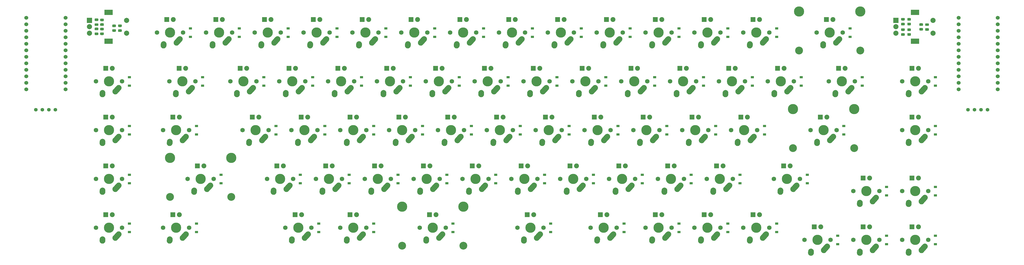
<source format=gbr>
%TF.GenerationSoftware,KiCad,Pcbnew,(5.1.9)-1*%
%TF.CreationDate,2021-03-13T20:19:13-08:00*%
%TF.ProjectId,USKB Final,55534b42-2046-4696-9e61-6c2e6b696361,rev?*%
%TF.SameCoordinates,Original*%
%TF.FileFunction,Soldermask,Bot*%
%TF.FilePolarity,Negative*%
%FSLAX46Y46*%
G04 Gerber Fmt 4.6, Leading zero omitted, Abs format (unit mm)*
G04 Created by KiCad (PCBNEW (5.1.9)-1) date 2021-03-13 20:19:13*
%MOMM*%
%LPD*%
G01*
G04 APERTURE LIST*
%ADD10C,3.987800*%
%ADD11C,3.048000*%
%ADD12C,1.750000*%
%ADD13R,1.905000X1.905000*%
%ADD14C,1.905000*%
%ADD15C,2.250000*%
%ADD16C,1.524000*%
%ADD17C,1.397000*%
%ADD18R,2.000000X2.000000*%
%ADD19C,2.000000*%
%ADD20R,3.200000X2.000000*%
%ADD21R,1.200000X0.900000*%
G04 APERTURE END LIST*
D10*
%TO.C,K_Space_2*%
X166655750Y-104457500D03*
X190531750Y-104457500D03*
D11*
X166655750Y-119697500D03*
X190531750Y-119697500D03*
D12*
X173513750Y-112712500D03*
X183673750Y-112712500D03*
D13*
X177323750Y-107632500D03*
D14*
X179863750Y-107632500D03*
D15*
X181093750Y-116712500D03*
D10*
X178593750Y-112712500D03*
G36*
G01*
X183156522Y-114416462D02*
X183155067Y-114415155D01*
G75*
G02*
X183241095Y-116003817I-751317J-837345D01*
G01*
X181931093Y-117463817D01*
G75*
G02*
X180342431Y-117549845I-837345J751317D01*
G01*
X180342431Y-117549845D01*
G75*
G02*
X180256403Y-115961183I751317J837345D01*
G01*
X181566405Y-114501183D01*
G75*
G02*
X183155067Y-114415155I837345J-751317D01*
G01*
G37*
D15*
X176053750Y-117792500D03*
G36*
G01*
X176172226Y-116090240D02*
X176171153Y-116090166D01*
G75*
G02*
X177216084Y-117289903I-77403J-1122334D01*
G01*
X177176084Y-117869903D01*
G75*
G02*
X175976347Y-118914834I-1122334J77403D01*
G01*
X175976347Y-118914834D01*
G75*
G02*
X174931416Y-117715097I77403J1122334D01*
G01*
X174971416Y-117135097D01*
G75*
G02*
X176171153Y-116090166I1122334J-77403D01*
G01*
G37*
%TD*%
D12*
%TO.C,K_Space_4*%
X240188750Y-112712500D03*
X250348750Y-112712500D03*
D13*
X243998750Y-107632500D03*
D14*
X246538750Y-107632500D03*
D15*
X247768750Y-116712500D03*
D10*
X245268750Y-112712500D03*
G36*
G01*
X249831522Y-114416462D02*
X249830067Y-114415155D01*
G75*
G02*
X249916095Y-116003817I-751317J-837345D01*
G01*
X248606093Y-117463817D01*
G75*
G02*
X247017431Y-117549845I-837345J751317D01*
G01*
X247017431Y-117549845D01*
G75*
G02*
X246931403Y-115961183I751317J837345D01*
G01*
X248241405Y-114501183D01*
G75*
G02*
X249830067Y-114415155I837345J-751317D01*
G01*
G37*
D15*
X242728750Y-117792500D03*
G36*
G01*
X242847226Y-116090240D02*
X242846153Y-116090166D01*
G75*
G02*
X243891084Y-117289903I-77403J-1122334D01*
G01*
X243851084Y-117869903D01*
G75*
G02*
X242651347Y-118914834I-1122334J77403D01*
G01*
X242651347Y-118914834D01*
G75*
G02*
X241606416Y-117715097I77403J1122334D01*
G01*
X241646416Y-117135097D01*
G75*
G02*
X242846153Y-116090166I1122334J-77403D01*
G01*
G37*
%TD*%
D12*
%TO.C,K_Space_3*%
X211613750Y-112712500D03*
X221773750Y-112712500D03*
D13*
X215423750Y-107632500D03*
D14*
X217963750Y-107632500D03*
D15*
X219193750Y-116712500D03*
D10*
X216693750Y-112712500D03*
G36*
G01*
X221256522Y-114416462D02*
X221255067Y-114415155D01*
G75*
G02*
X221341095Y-116003817I-751317J-837345D01*
G01*
X220031093Y-117463817D01*
G75*
G02*
X218442431Y-117549845I-837345J751317D01*
G01*
X218442431Y-117549845D01*
G75*
G02*
X218356403Y-115961183I751317J837345D01*
G01*
X219666405Y-114501183D01*
G75*
G02*
X221255067Y-114415155I837345J-751317D01*
G01*
G37*
D15*
X214153750Y-117792500D03*
G36*
G01*
X214272226Y-116090240D02*
X214271153Y-116090166D01*
G75*
G02*
X215316084Y-117289903I-77403J-1122334D01*
G01*
X215276084Y-117869903D01*
G75*
G02*
X214076347Y-118914834I-1122334J77403D01*
G01*
X214076347Y-118914834D01*
G75*
G02*
X213031416Y-117715097I77403J1122334D01*
G01*
X213071416Y-117135097D01*
G75*
G02*
X214271153Y-116090166I1122334J-77403D01*
G01*
G37*
%TD*%
D12*
%TO.C,K_Space1*%
X142557500Y-112712500D03*
X152717500Y-112712500D03*
D13*
X146367500Y-107632500D03*
D14*
X148907500Y-107632500D03*
D15*
X150137500Y-116712500D03*
D10*
X147637500Y-112712500D03*
G36*
G01*
X152200272Y-114416462D02*
X152198817Y-114415155D01*
G75*
G02*
X152284845Y-116003817I-751317J-837345D01*
G01*
X150974843Y-117463817D01*
G75*
G02*
X149386181Y-117549845I-837345J751317D01*
G01*
X149386181Y-117549845D01*
G75*
G02*
X149300153Y-115961183I751317J837345D01*
G01*
X150610155Y-114501183D01*
G75*
G02*
X152198817Y-114415155I837345J-751317D01*
G01*
G37*
D15*
X145097500Y-117792500D03*
G36*
G01*
X145215976Y-116090240D02*
X145214903Y-116090166D01*
G75*
G02*
X146259834Y-117289903I-77403J-1122334D01*
G01*
X146219834Y-117869903D01*
G75*
G02*
X145020097Y-118914834I-1122334J77403D01*
G01*
X145020097Y-118914834D01*
G75*
G02*
X143975166Y-117715097I77403J1122334D01*
G01*
X144015166Y-117135097D01*
G75*
G02*
X145214903Y-116090166I1122334J-77403D01*
G01*
G37*
%TD*%
D16*
%TO.C,U1*%
X383710150Y-30765750D03*
X383710150Y-33305750D03*
X383710150Y-35845750D03*
X383710150Y-38385750D03*
X383710150Y-40925750D03*
X383710150Y-43465750D03*
X383710150Y-46005750D03*
X383710150Y-48545750D03*
X383710150Y-51085750D03*
X383710150Y-53625750D03*
X383710150Y-56165750D03*
X383710150Y-58705750D03*
X398930150Y-58705750D03*
X398930150Y-56165750D03*
X398930150Y-53625750D03*
X398930150Y-51085750D03*
X398930150Y-48545750D03*
X398930150Y-46005750D03*
X398930150Y-43465750D03*
X398930150Y-40925750D03*
X398930150Y-38385750D03*
X398930150Y-35845750D03*
X398930150Y-33305750D03*
X398930150Y-30765750D03*
%TD*%
%TO.C,L_U1*%
X35412650Y-30765750D03*
X35412650Y-33305750D03*
X35412650Y-35845750D03*
X35412650Y-38385750D03*
X35412650Y-40925750D03*
X35412650Y-43465750D03*
X35412650Y-46005750D03*
X35412650Y-48545750D03*
X35412650Y-51085750D03*
X35412650Y-53625750D03*
X35412650Y-56165750D03*
X35412650Y-58705750D03*
X20152650Y-58705750D03*
X20152650Y-56165750D03*
X20152650Y-53625750D03*
X20152650Y-51085750D03*
X20152650Y-48545750D03*
X20152650Y-46005750D03*
X20152650Y-43465750D03*
X20152650Y-40925750D03*
X20152650Y-38385750D03*
X20152650Y-35845750D03*
X20152650Y-33305750D03*
X20152650Y-30765750D03*
%TD*%
D12*
%TO.C,K_Caps1*%
X73501250Y-74612500D03*
X83661250Y-74612500D03*
D13*
X77311250Y-69532500D03*
D14*
X79851250Y-69532500D03*
D15*
X81081250Y-78612500D03*
D10*
X78581250Y-74612500D03*
G36*
G01*
X83144022Y-76316462D02*
X83142567Y-76315155D01*
G75*
G02*
X83228595Y-77903817I-751317J-837345D01*
G01*
X81918593Y-79363817D01*
G75*
G02*
X80329931Y-79449845I-837345J751317D01*
G01*
X80329931Y-79449845D01*
G75*
G02*
X80243903Y-77861183I751317J837345D01*
G01*
X81553905Y-76401183D01*
G75*
G02*
X83142567Y-76315155I837345J-751317D01*
G01*
G37*
D15*
X76041250Y-79692500D03*
G36*
G01*
X76159726Y-77990240D02*
X76158653Y-77990166D01*
G75*
G02*
X77203584Y-79189903I-77403J-1122334D01*
G01*
X77163584Y-79769903D01*
G75*
G02*
X75963847Y-80814834I-1122334J77403D01*
G01*
X75963847Y-80814834D01*
G75*
G02*
X74918916Y-79615097I77403J1122334D01*
G01*
X74958916Y-79035097D01*
G75*
G02*
X76158653Y-77990166I1122334J-77403D01*
G01*
G37*
%TD*%
D12*
%TO.C,K_Shift2*%
X311626250Y-93662500D03*
X321786250Y-93662500D03*
D13*
X315436250Y-88582500D03*
D14*
X317976250Y-88582500D03*
D15*
X319206250Y-97662500D03*
D10*
X316706250Y-93662500D03*
G36*
G01*
X321269022Y-95366462D02*
X321267567Y-95365155D01*
G75*
G02*
X321353595Y-96953817I-751317J-837345D01*
G01*
X320043593Y-98413817D01*
G75*
G02*
X318454931Y-98499845I-837345J751317D01*
G01*
X318454931Y-98499845D01*
G75*
G02*
X318368903Y-96911183I751317J837345D01*
G01*
X319678905Y-95451183D01*
G75*
G02*
X321267567Y-95365155I837345J-751317D01*
G01*
G37*
D15*
X314166250Y-98742500D03*
G36*
G01*
X314284726Y-97040240D02*
X314283653Y-97040166D01*
G75*
G02*
X315328584Y-98239903I-77403J-1122334D01*
G01*
X315288584Y-98819903D01*
G75*
G02*
X314088847Y-99864834I-1122334J77403D01*
G01*
X314088847Y-99864834D01*
G75*
G02*
X313043916Y-98665097I77403J1122334D01*
G01*
X313083916Y-98085097D01*
G75*
G02*
X314283653Y-97040166I1122334J-77403D01*
G01*
G37*
%TD*%
%TO.C,R6*%
G36*
G01*
X53905998Y-35198000D02*
X54806002Y-35198000D01*
G75*
G02*
X55056000Y-35447998I0J-249998D01*
G01*
X55056000Y-35973002D01*
G75*
G02*
X54806002Y-36223000I-249998J0D01*
G01*
X53905998Y-36223000D01*
G75*
G02*
X53656000Y-35973002I0J249998D01*
G01*
X53656000Y-35447998D01*
G75*
G02*
X53905998Y-35198000I249998J0D01*
G01*
G37*
G36*
G01*
X53905998Y-33373000D02*
X54806002Y-33373000D01*
G75*
G02*
X55056000Y-33622998I0J-249998D01*
G01*
X55056000Y-34148002D01*
G75*
G02*
X54806002Y-34398000I-249998J0D01*
G01*
X53905998Y-34398000D01*
G75*
G02*
X53656000Y-34148002I0J249998D01*
G01*
X53656000Y-33622998D01*
G75*
G02*
X53905998Y-33373000I249998J0D01*
G01*
G37*
%TD*%
%TO.C,R5*%
G36*
G01*
X50101922Y-35662920D02*
X49201918Y-35662920D01*
G75*
G02*
X48951920Y-35412922I0J249998D01*
G01*
X48951920Y-34887918D01*
G75*
G02*
X49201918Y-34637920I249998J0D01*
G01*
X50101922Y-34637920D01*
G75*
G02*
X50351920Y-34887918I0J-249998D01*
G01*
X50351920Y-35412922D01*
G75*
G02*
X50101922Y-35662920I-249998J0D01*
G01*
G37*
G36*
G01*
X50101922Y-37487920D02*
X49201918Y-37487920D01*
G75*
G02*
X48951920Y-37237922I0J249998D01*
G01*
X48951920Y-36712918D01*
G75*
G02*
X49201918Y-36462920I249998J0D01*
G01*
X50101922Y-36462920D01*
G75*
G02*
X50351920Y-36712918I0J-249998D01*
G01*
X50351920Y-37237922D01*
G75*
G02*
X50101922Y-37487920I-249998J0D01*
G01*
G37*
%TD*%
%TO.C,R4*%
G36*
G01*
X49201918Y-32886600D02*
X50101922Y-32886600D01*
G75*
G02*
X50351920Y-33136598I0J-249998D01*
G01*
X50351920Y-33661602D01*
G75*
G02*
X50101922Y-33911600I-249998J0D01*
G01*
X49201918Y-33911600D01*
G75*
G02*
X48951920Y-33661602I0J249998D01*
G01*
X48951920Y-33136598D01*
G75*
G02*
X49201918Y-32886600I249998J0D01*
G01*
G37*
G36*
G01*
X49201918Y-31061600D02*
X50101922Y-31061600D01*
G75*
G02*
X50351920Y-31311598I0J-249998D01*
G01*
X50351920Y-31836602D01*
G75*
G02*
X50101922Y-32086600I-249998J0D01*
G01*
X49201918Y-32086600D01*
G75*
G02*
X48951920Y-31836602I0J249998D01*
G01*
X48951920Y-31311598D01*
G75*
G02*
X49201918Y-31061600I249998J0D01*
G01*
G37*
%TD*%
%TO.C,R3*%
G36*
G01*
X368611998Y-34713500D02*
X369512002Y-34713500D01*
G75*
G02*
X369762000Y-34963498I0J-249998D01*
G01*
X369762000Y-35488502D01*
G75*
G02*
X369512002Y-35738500I-249998J0D01*
G01*
X368611998Y-35738500D01*
G75*
G02*
X368362000Y-35488502I0J249998D01*
G01*
X368362000Y-34963498D01*
G75*
G02*
X368611998Y-34713500I249998J0D01*
G01*
G37*
G36*
G01*
X368611998Y-32888500D02*
X369512002Y-32888500D01*
G75*
G02*
X369762000Y-33138498I0J-249998D01*
G01*
X369762000Y-33663502D01*
G75*
G02*
X369512002Y-33913500I-249998J0D01*
G01*
X368611998Y-33913500D01*
G75*
G02*
X368362000Y-33663502I0J249998D01*
G01*
X368362000Y-33138498D01*
G75*
G02*
X368611998Y-32888500I249998J0D01*
G01*
G37*
%TD*%
%TO.C,R2*%
G36*
G01*
X364813002Y-35922000D02*
X363912998Y-35922000D01*
G75*
G02*
X363663000Y-35672002I0J249998D01*
G01*
X363663000Y-35146998D01*
G75*
G02*
X363912998Y-34897000I249998J0D01*
G01*
X364813002Y-34897000D01*
G75*
G02*
X365063000Y-35146998I0J-249998D01*
G01*
X365063000Y-35672002D01*
G75*
G02*
X364813002Y-35922000I-249998J0D01*
G01*
G37*
G36*
G01*
X364813002Y-37747000D02*
X363912998Y-37747000D01*
G75*
G02*
X363663000Y-37497002I0J249998D01*
G01*
X363663000Y-36971998D01*
G75*
G02*
X363912998Y-36722000I249998J0D01*
G01*
X364813002Y-36722000D01*
G75*
G02*
X365063000Y-36971998I0J-249998D01*
G01*
X365063000Y-37497002D01*
G75*
G02*
X364813002Y-37747000I-249998J0D01*
G01*
G37*
%TD*%
%TO.C,R1*%
G36*
G01*
X363912998Y-32658000D02*
X364813002Y-32658000D01*
G75*
G02*
X365063000Y-32907998I0J-249998D01*
G01*
X365063000Y-33433002D01*
G75*
G02*
X364813002Y-33683000I-249998J0D01*
G01*
X363912998Y-33683000D01*
G75*
G02*
X363663000Y-33433002I0J249998D01*
G01*
X363663000Y-32907998D01*
G75*
G02*
X363912998Y-32658000I249998J0D01*
G01*
G37*
G36*
G01*
X363912998Y-30833000D02*
X364813002Y-30833000D01*
G75*
G02*
X365063000Y-31082998I0J-249998D01*
G01*
X365063000Y-31608002D01*
G75*
G02*
X364813002Y-31858000I-249998J0D01*
G01*
X363912998Y-31858000D01*
G75*
G02*
X363663000Y-31608002I0J249998D01*
G01*
X363663000Y-31082998D01*
G75*
G02*
X363912998Y-30833000I249998J0D01*
G01*
G37*
%TD*%
D17*
%TO.C,OL1*%
X394970000Y-66675000D03*
X392430000Y-66675000D03*
X389890000Y-66675000D03*
X387350000Y-66675000D03*
%TD*%
%TO.C,L_OL1*%
X31432500Y-66675000D03*
X28892500Y-66675000D03*
X26352500Y-66675000D03*
X23812500Y-66675000D03*
%TD*%
D18*
%TO.C,L_ENC1*%
X44735750Y-31750000D03*
D19*
X44735750Y-34250000D03*
X44735750Y-36750000D03*
D20*
X52235750Y-28650000D03*
X52235750Y-39850000D03*
D19*
X59235750Y-31750000D03*
X59235750Y-36750000D03*
%TD*%
D12*
%TO.C,K_Z1*%
X113982500Y-93662500D03*
X124142500Y-93662500D03*
D13*
X117792500Y-88582500D03*
D14*
X120332500Y-88582500D03*
D15*
X121562500Y-97662500D03*
D10*
X119062500Y-93662500D03*
G36*
G01*
X123625272Y-95366462D02*
X123623817Y-95365155D01*
G75*
G02*
X123709845Y-96953817I-751317J-837345D01*
G01*
X122399843Y-98413817D01*
G75*
G02*
X120811181Y-98499845I-837345J751317D01*
G01*
X120811181Y-98499845D01*
G75*
G02*
X120725153Y-96911183I751317J837345D01*
G01*
X122035155Y-95451183D01*
G75*
G02*
X123623817Y-95365155I837345J-751317D01*
G01*
G37*
D15*
X116522500Y-98742500D03*
G36*
G01*
X116640976Y-97040240D02*
X116639903Y-97040166D01*
G75*
G02*
X117684834Y-98239903I-77403J-1122334D01*
G01*
X117644834Y-98819903D01*
G75*
G02*
X116445097Y-99864834I-1122334J77403D01*
G01*
X116445097Y-99864834D01*
G75*
G02*
X115400166Y-98665097I77403J1122334D01*
G01*
X115440166Y-98085097D01*
G75*
G02*
X116639903Y-97040166I1122334J-77403D01*
G01*
G37*
%TD*%
D12*
%TO.C,K_Y1*%
X194945000Y-55562500D03*
X205105000Y-55562500D03*
D13*
X198755000Y-50482500D03*
D14*
X201295000Y-50482500D03*
D15*
X202525000Y-59562500D03*
D10*
X200025000Y-55562500D03*
G36*
G01*
X204587772Y-57266462D02*
X204586317Y-57265155D01*
G75*
G02*
X204672345Y-58853817I-751317J-837345D01*
G01*
X203362343Y-60313817D01*
G75*
G02*
X201773681Y-60399845I-837345J751317D01*
G01*
X201773681Y-60399845D01*
G75*
G02*
X201687653Y-58811183I751317J837345D01*
G01*
X202997655Y-57351183D01*
G75*
G02*
X204586317Y-57265155I837345J-751317D01*
G01*
G37*
D15*
X197485000Y-60642500D03*
G36*
G01*
X197603476Y-58940240D02*
X197602403Y-58940166D01*
G75*
G02*
X198647334Y-60139903I-77403J-1122334D01*
G01*
X198607334Y-60719903D01*
G75*
G02*
X197407597Y-61764834I-1122334J77403D01*
G01*
X197407597Y-61764834D01*
G75*
G02*
X196362666Y-60565097I77403J1122334D01*
G01*
X196402666Y-59985097D01*
G75*
G02*
X197602403Y-58940166I1122334J-77403D01*
G01*
G37*
%TD*%
D12*
%TO.C,K_X1*%
X133032500Y-93662500D03*
X143192500Y-93662500D03*
D13*
X136842500Y-88582500D03*
D14*
X139382500Y-88582500D03*
D15*
X140612500Y-97662500D03*
D10*
X138112500Y-93662500D03*
G36*
G01*
X142675272Y-95366462D02*
X142673817Y-95365155D01*
G75*
G02*
X142759845Y-96953817I-751317J-837345D01*
G01*
X141449843Y-98413817D01*
G75*
G02*
X139861181Y-98499845I-837345J751317D01*
G01*
X139861181Y-98499845D01*
G75*
G02*
X139775153Y-96911183I751317J837345D01*
G01*
X141085155Y-95451183D01*
G75*
G02*
X142673817Y-95365155I837345J-751317D01*
G01*
G37*
D15*
X135572500Y-98742500D03*
G36*
G01*
X135690976Y-97040240D02*
X135689903Y-97040166D01*
G75*
G02*
X136734834Y-98239903I-77403J-1122334D01*
G01*
X136694834Y-98819903D01*
G75*
G02*
X135495097Y-99864834I-1122334J77403D01*
G01*
X135495097Y-99864834D01*
G75*
G02*
X134450166Y-98665097I77403J1122334D01*
G01*
X134490166Y-98085097D01*
G75*
G02*
X135689903Y-97040166I1122334J-77403D01*
G01*
G37*
%TD*%
D12*
%TO.C,K_Win1*%
X361632500Y-98425000D03*
X371792500Y-98425000D03*
D13*
X365442500Y-93345000D03*
D14*
X367982500Y-93345000D03*
D15*
X369212500Y-102425000D03*
D10*
X366712500Y-98425000D03*
G36*
G01*
X371275272Y-100128962D02*
X371273817Y-100127655D01*
G75*
G02*
X371359845Y-101716317I-751317J-837345D01*
G01*
X370049843Y-103176317D01*
G75*
G02*
X368461181Y-103262345I-837345J751317D01*
G01*
X368461181Y-103262345D01*
G75*
G02*
X368375153Y-101673683I751317J837345D01*
G01*
X369685155Y-100213683D01*
G75*
G02*
X371273817Y-100127655I837345J-751317D01*
G01*
G37*
D15*
X364172500Y-103505000D03*
G36*
G01*
X364290976Y-101802740D02*
X364289903Y-101802666D01*
G75*
G02*
X365334834Y-103002403I-77403J-1122334D01*
G01*
X365294834Y-103582403D01*
G75*
G02*
X364095097Y-104627334I-1122334J77403D01*
G01*
X364095097Y-104627334D01*
G75*
G02*
X363050166Y-103427597I77403J1122334D01*
G01*
X363090166Y-102847597D01*
G75*
G02*
X364289903Y-101802666I1122334J-77403D01*
G01*
G37*
%TD*%
D12*
%TO.C,K_W1*%
X118745000Y-55562500D03*
X128905000Y-55562500D03*
D13*
X122555000Y-50482500D03*
D14*
X125095000Y-50482500D03*
D15*
X126325000Y-59562500D03*
D10*
X123825000Y-55562500D03*
G36*
G01*
X128387772Y-57266462D02*
X128386317Y-57265155D01*
G75*
G02*
X128472345Y-58853817I-751317J-837345D01*
G01*
X127162343Y-60313817D01*
G75*
G02*
X125573681Y-60399845I-837345J751317D01*
G01*
X125573681Y-60399845D01*
G75*
G02*
X125487653Y-58811183I751317J837345D01*
G01*
X126797655Y-57351183D01*
G75*
G02*
X128386317Y-57265155I837345J-751317D01*
G01*
G37*
D15*
X121285000Y-60642500D03*
G36*
G01*
X121403476Y-58940240D02*
X121402403Y-58940166D01*
G75*
G02*
X122447334Y-60139903I-77403J-1122334D01*
G01*
X122407334Y-60719903D01*
G75*
G02*
X121207597Y-61764834I-1122334J77403D01*
G01*
X121207597Y-61764834D01*
G75*
G02*
X120162666Y-60565097I77403J1122334D01*
G01*
X120202666Y-59985097D01*
G75*
G02*
X121402403Y-58940166I1122334J-77403D01*
G01*
G37*
%TD*%
D12*
%TO.C,K_V1*%
X171132500Y-93662500D03*
X181292500Y-93662500D03*
D13*
X174942500Y-88582500D03*
D14*
X177482500Y-88582500D03*
D15*
X178712500Y-97662500D03*
D10*
X176212500Y-93662500D03*
G36*
G01*
X180775272Y-95366462D02*
X180773817Y-95365155D01*
G75*
G02*
X180859845Y-96953817I-751317J-837345D01*
G01*
X179549843Y-98413817D01*
G75*
G02*
X177961181Y-98499845I-837345J751317D01*
G01*
X177961181Y-98499845D01*
G75*
G02*
X177875153Y-96911183I751317J837345D01*
G01*
X179185155Y-95451183D01*
G75*
G02*
X180773817Y-95365155I837345J-751317D01*
G01*
G37*
D15*
X173672500Y-98742500D03*
G36*
G01*
X173790976Y-97040240D02*
X173789903Y-97040166D01*
G75*
G02*
X174834834Y-98239903I-77403J-1122334D01*
G01*
X174794834Y-98819903D01*
G75*
G02*
X173595097Y-99864834I-1122334J77403D01*
G01*
X173595097Y-99864834D01*
G75*
G02*
X172550166Y-98665097I77403J1122334D01*
G01*
X172590166Y-98085097D01*
G75*
G02*
X173789903Y-97040166I1122334J-77403D01*
G01*
G37*
%TD*%
D12*
%TO.C,K_UArrow1*%
X342582500Y-98425000D03*
X352742500Y-98425000D03*
D13*
X346392500Y-93345000D03*
D14*
X348932500Y-93345000D03*
D15*
X350162500Y-102425000D03*
D10*
X347662500Y-98425000D03*
G36*
G01*
X352225272Y-100128962D02*
X352223817Y-100127655D01*
G75*
G02*
X352309845Y-101716317I-751317J-837345D01*
G01*
X350999843Y-103176317D01*
G75*
G02*
X349411181Y-103262345I-837345J751317D01*
G01*
X349411181Y-103262345D01*
G75*
G02*
X349325153Y-101673683I751317J837345D01*
G01*
X350635155Y-100213683D01*
G75*
G02*
X352223817Y-100127655I837345J-751317D01*
G01*
G37*
D15*
X345122500Y-103505000D03*
G36*
G01*
X345240976Y-101802740D02*
X345239903Y-101802666D01*
G75*
G02*
X346284834Y-103002403I-77403J-1122334D01*
G01*
X346244834Y-103582403D01*
G75*
G02*
X345045097Y-104627334I-1122334J77403D01*
G01*
X345045097Y-104627334D01*
G75*
G02*
X344000166Y-103427597I77403J1122334D01*
G01*
X344040166Y-102847597D01*
G75*
G02*
X345239903Y-101802666I1122334J-77403D01*
G01*
G37*
%TD*%
D12*
%TO.C,K_U1*%
X213995000Y-55562500D03*
X224155000Y-55562500D03*
D13*
X217805000Y-50482500D03*
D14*
X220345000Y-50482500D03*
D15*
X221575000Y-59562500D03*
D10*
X219075000Y-55562500D03*
G36*
G01*
X223637772Y-57266462D02*
X223636317Y-57265155D01*
G75*
G02*
X223722345Y-58853817I-751317J-837345D01*
G01*
X222412343Y-60313817D01*
G75*
G02*
X220823681Y-60399845I-837345J751317D01*
G01*
X220823681Y-60399845D01*
G75*
G02*
X220737653Y-58811183I751317J837345D01*
G01*
X222047655Y-57351183D01*
G75*
G02*
X223636317Y-57265155I837345J-751317D01*
G01*
G37*
D15*
X216535000Y-60642500D03*
G36*
G01*
X216653476Y-58940240D02*
X216652403Y-58940166D01*
G75*
G02*
X217697334Y-60139903I-77403J-1122334D01*
G01*
X217657334Y-60719903D01*
G75*
G02*
X216457597Y-61764834I-1122334J77403D01*
G01*
X216457597Y-61764834D01*
G75*
G02*
X215412666Y-60565097I77403J1122334D01*
G01*
X215452666Y-59985097D01*
G75*
G02*
X216652403Y-58940166I1122334J-77403D01*
G01*
G37*
%TD*%
D12*
%TO.C,K_Tab1*%
X75882500Y-55562500D03*
X86042500Y-55562500D03*
D13*
X79692500Y-50482500D03*
D14*
X82232500Y-50482500D03*
D15*
X83462500Y-59562500D03*
D10*
X80962500Y-55562500D03*
G36*
G01*
X85525272Y-57266462D02*
X85523817Y-57265155D01*
G75*
G02*
X85609845Y-58853817I-751317J-837345D01*
G01*
X84299843Y-60313817D01*
G75*
G02*
X82711181Y-60399845I-837345J751317D01*
G01*
X82711181Y-60399845D01*
G75*
G02*
X82625153Y-58811183I751317J837345D01*
G01*
X83935155Y-57351183D01*
G75*
G02*
X85523817Y-57265155I837345J-751317D01*
G01*
G37*
D15*
X78422500Y-60642500D03*
G36*
G01*
X78540976Y-58940240D02*
X78539903Y-58940166D01*
G75*
G02*
X79584834Y-60139903I-77403J-1122334D01*
G01*
X79544834Y-60719903D01*
G75*
G02*
X78345097Y-61764834I-1122334J77403D01*
G01*
X78345097Y-61764834D01*
G75*
G02*
X77300166Y-60565097I77403J1122334D01*
G01*
X77340166Y-59985097D01*
G75*
G02*
X78539903Y-58940166I1122334J-77403D01*
G01*
G37*
%TD*%
D12*
%TO.C,K_T1*%
X175895000Y-55562500D03*
X186055000Y-55562500D03*
D13*
X179705000Y-50482500D03*
D14*
X182245000Y-50482500D03*
D15*
X183475000Y-59562500D03*
D10*
X180975000Y-55562500D03*
G36*
G01*
X185537772Y-57266462D02*
X185536317Y-57265155D01*
G75*
G02*
X185622345Y-58853817I-751317J-837345D01*
G01*
X184312343Y-60313817D01*
G75*
G02*
X182723681Y-60399845I-837345J751317D01*
G01*
X182723681Y-60399845D01*
G75*
G02*
X182637653Y-58811183I751317J837345D01*
G01*
X183947655Y-57351183D01*
G75*
G02*
X185536317Y-57265155I837345J-751317D01*
G01*
G37*
D15*
X178435000Y-60642500D03*
G36*
G01*
X178553476Y-58940240D02*
X178552403Y-58940166D01*
G75*
G02*
X179597334Y-60139903I-77403J-1122334D01*
G01*
X179557334Y-60719903D01*
G75*
G02*
X178357597Y-61764834I-1122334J77403D01*
G01*
X178357597Y-61764834D01*
G75*
G02*
X177312666Y-60565097I77403J1122334D01*
G01*
X177352666Y-59985097D01*
G75*
G02*
X178552403Y-58940166I1122334J-77403D01*
G01*
G37*
%TD*%
D12*
%TO.C,K_Slash1*%
X285432500Y-93662500D03*
X295592500Y-93662500D03*
D13*
X289242500Y-88582500D03*
D14*
X291782500Y-88582500D03*
D15*
X293012500Y-97662500D03*
D10*
X290512500Y-93662500D03*
G36*
G01*
X295075272Y-95366462D02*
X295073817Y-95365155D01*
G75*
G02*
X295159845Y-96953817I-751317J-837345D01*
G01*
X293849843Y-98413817D01*
G75*
G02*
X292261181Y-98499845I-837345J751317D01*
G01*
X292261181Y-98499845D01*
G75*
G02*
X292175153Y-96911183I751317J837345D01*
G01*
X293485155Y-95451183D01*
G75*
G02*
X295073817Y-95365155I837345J-751317D01*
G01*
G37*
D15*
X287972500Y-98742500D03*
G36*
G01*
X288090976Y-97040240D02*
X288089903Y-97040166D01*
G75*
G02*
X289134834Y-98239903I-77403J-1122334D01*
G01*
X289094834Y-98819903D01*
G75*
G02*
X287895097Y-99864834I-1122334J77403D01*
G01*
X287895097Y-99864834D01*
G75*
G02*
X286850166Y-98665097I77403J1122334D01*
G01*
X286890166Y-98085097D01*
G75*
G02*
X288089903Y-97040166I1122334J-77403D01*
G01*
G37*
%TD*%
D10*
%TO.C,K_Shift1*%
X76168250Y-85407500D03*
X100044250Y-85407500D03*
D11*
X76168250Y-100647500D03*
X100044250Y-100647500D03*
D12*
X83026250Y-93662500D03*
X93186250Y-93662500D03*
D13*
X86836250Y-88582500D03*
D14*
X89376250Y-88582500D03*
D15*
X90606250Y-97662500D03*
D10*
X88106250Y-93662500D03*
G36*
G01*
X92669022Y-95366462D02*
X92667567Y-95365155D01*
G75*
G02*
X92753595Y-96953817I-751317J-837345D01*
G01*
X91443593Y-98413817D01*
G75*
G02*
X89854931Y-98499845I-837345J751317D01*
G01*
X89854931Y-98499845D01*
G75*
G02*
X89768903Y-96911183I751317J837345D01*
G01*
X91078905Y-95451183D01*
G75*
G02*
X92667567Y-95365155I837345J-751317D01*
G01*
G37*
D15*
X85566250Y-98742500D03*
G36*
G01*
X85684726Y-97040240D02*
X85683653Y-97040166D01*
G75*
G02*
X86728584Y-98239903I-77403J-1122334D01*
G01*
X86688584Y-98819903D01*
G75*
G02*
X85488847Y-99864834I-1122334J77403D01*
G01*
X85488847Y-99864834D01*
G75*
G02*
X84443916Y-98665097I77403J1122334D01*
G01*
X84483916Y-98085097D01*
G75*
G02*
X85683653Y-97040166I1122334J-77403D01*
G01*
G37*
%TD*%
D12*
%TO.C,K_S1*%
X123507500Y-74612500D03*
X133667500Y-74612500D03*
D13*
X127317500Y-69532500D03*
D14*
X129857500Y-69532500D03*
D15*
X131087500Y-78612500D03*
D10*
X128587500Y-74612500D03*
G36*
G01*
X133150272Y-76316462D02*
X133148817Y-76315155D01*
G75*
G02*
X133234845Y-77903817I-751317J-837345D01*
G01*
X131924843Y-79363817D01*
G75*
G02*
X130336181Y-79449845I-837345J751317D01*
G01*
X130336181Y-79449845D01*
G75*
G02*
X130250153Y-77861183I751317J837345D01*
G01*
X131560155Y-76401183D01*
G75*
G02*
X133148817Y-76315155I837345J-751317D01*
G01*
G37*
D15*
X126047500Y-79692500D03*
G36*
G01*
X126165976Y-77990240D02*
X126164903Y-77990166D01*
G75*
G02*
X127209834Y-79189903I-77403J-1122334D01*
G01*
X127169834Y-79769903D01*
G75*
G02*
X125970097Y-80814834I-1122334J77403D01*
G01*
X125970097Y-80814834D01*
G75*
G02*
X124925166Y-79615097I77403J1122334D01*
G01*
X124965166Y-79035097D01*
G75*
G02*
X126164903Y-77990166I1122334J-77403D01*
G01*
G37*
%TD*%
D12*
%TO.C,K_RThan1*%
X266382500Y-93662500D03*
X276542500Y-93662500D03*
D13*
X270192500Y-88582500D03*
D14*
X272732500Y-88582500D03*
D15*
X273962500Y-97662500D03*
D10*
X271462500Y-93662500D03*
G36*
G01*
X276025272Y-95366462D02*
X276023817Y-95365155D01*
G75*
G02*
X276109845Y-96953817I-751317J-837345D01*
G01*
X274799843Y-98413817D01*
G75*
G02*
X273211181Y-98499845I-837345J751317D01*
G01*
X273211181Y-98499845D01*
G75*
G02*
X273125153Y-96911183I751317J837345D01*
G01*
X274435155Y-95451183D01*
G75*
G02*
X276023817Y-95365155I837345J-751317D01*
G01*
G37*
D15*
X268922500Y-98742500D03*
G36*
G01*
X269040976Y-97040240D02*
X269039903Y-97040166D01*
G75*
G02*
X270084834Y-98239903I-77403J-1122334D01*
G01*
X270044834Y-98819903D01*
G75*
G02*
X268845097Y-99864834I-1122334J77403D01*
G01*
X268845097Y-99864834D01*
G75*
G02*
X267800166Y-98665097I77403J1122334D01*
G01*
X267840166Y-98085097D01*
G75*
G02*
X269039903Y-97040166I1122334J-77403D01*
G01*
G37*
%TD*%
D12*
%TO.C,K_RBrace1*%
X309245000Y-55562500D03*
X319405000Y-55562500D03*
D13*
X313055000Y-50482500D03*
D14*
X315595000Y-50482500D03*
D15*
X316825000Y-59562500D03*
D10*
X314325000Y-55562500D03*
G36*
G01*
X318887772Y-57266462D02*
X318886317Y-57265155D01*
G75*
G02*
X318972345Y-58853817I-751317J-837345D01*
G01*
X317662343Y-60313817D01*
G75*
G02*
X316073681Y-60399845I-837345J751317D01*
G01*
X316073681Y-60399845D01*
G75*
G02*
X315987653Y-58811183I751317J837345D01*
G01*
X317297655Y-57351183D01*
G75*
G02*
X318886317Y-57265155I837345J-751317D01*
G01*
G37*
D15*
X311785000Y-60642500D03*
G36*
G01*
X311903476Y-58940240D02*
X311902403Y-58940166D01*
G75*
G02*
X312947334Y-60139903I-77403J-1122334D01*
G01*
X312907334Y-60719903D01*
G75*
G02*
X311707597Y-61764834I-1122334J77403D01*
G01*
X311707597Y-61764834D01*
G75*
G02*
X310662666Y-60565097I77403J1122334D01*
G01*
X310702666Y-59985097D01*
G75*
G02*
X311902403Y-58940166I1122334J-77403D01*
G01*
G37*
%TD*%
D12*
%TO.C,K_RArrow1*%
X361632500Y-117475000D03*
X371792500Y-117475000D03*
D13*
X365442500Y-112395000D03*
D14*
X367982500Y-112395000D03*
D15*
X369212500Y-121475000D03*
D10*
X366712500Y-117475000D03*
G36*
G01*
X371275272Y-119178962D02*
X371273817Y-119177655D01*
G75*
G02*
X371359845Y-120766317I-751317J-837345D01*
G01*
X370049843Y-122226317D01*
G75*
G02*
X368461181Y-122312345I-837345J751317D01*
G01*
X368461181Y-122312345D01*
G75*
G02*
X368375153Y-120723683I751317J837345D01*
G01*
X369685155Y-119263683D01*
G75*
G02*
X371273817Y-119177655I837345J-751317D01*
G01*
G37*
D15*
X364172500Y-122555000D03*
G36*
G01*
X364290976Y-120852740D02*
X364289903Y-120852666D01*
G75*
G02*
X365334834Y-122052403I-77403J-1122334D01*
G01*
X365294834Y-122632403D01*
G75*
G02*
X364095097Y-123677334I-1122334J77403D01*
G01*
X364095097Y-123677334D01*
G75*
G02*
X363050166Y-122477597I77403J1122334D01*
G01*
X363090166Y-121897597D01*
G75*
G02*
X364289903Y-120852666I1122334J-77403D01*
G01*
G37*
%TD*%
D12*
%TO.C,K_R1*%
X156845000Y-55562500D03*
X167005000Y-55562500D03*
D13*
X160655000Y-50482500D03*
D14*
X163195000Y-50482500D03*
D15*
X164425000Y-59562500D03*
D10*
X161925000Y-55562500D03*
G36*
G01*
X166487772Y-57266462D02*
X166486317Y-57265155D01*
G75*
G02*
X166572345Y-58853817I-751317J-837345D01*
G01*
X165262343Y-60313817D01*
G75*
G02*
X163673681Y-60399845I-837345J751317D01*
G01*
X163673681Y-60399845D01*
G75*
G02*
X163587653Y-58811183I751317J837345D01*
G01*
X164897655Y-57351183D01*
G75*
G02*
X166486317Y-57265155I837345J-751317D01*
G01*
G37*
D15*
X159385000Y-60642500D03*
G36*
G01*
X159503476Y-58940240D02*
X159502403Y-58940166D01*
G75*
G02*
X160547334Y-60139903I-77403J-1122334D01*
G01*
X160507334Y-60719903D01*
G75*
G02*
X159307597Y-61764834I-1122334J77403D01*
G01*
X159307597Y-61764834D01*
G75*
G02*
X158262666Y-60565097I77403J1122334D01*
G01*
X158302666Y-59985097D01*
G75*
G02*
X159502403Y-58940166I1122334J-77403D01*
G01*
G37*
%TD*%
D12*
%TO.C,K_Q1*%
X99695000Y-55562500D03*
X109855000Y-55562500D03*
D13*
X103505000Y-50482500D03*
D14*
X106045000Y-50482500D03*
D15*
X107275000Y-59562500D03*
D10*
X104775000Y-55562500D03*
G36*
G01*
X109337772Y-57266462D02*
X109336317Y-57265155D01*
G75*
G02*
X109422345Y-58853817I-751317J-837345D01*
G01*
X108112343Y-60313817D01*
G75*
G02*
X106523681Y-60399845I-837345J751317D01*
G01*
X106523681Y-60399845D01*
G75*
G02*
X106437653Y-58811183I751317J837345D01*
G01*
X107747655Y-57351183D01*
G75*
G02*
X109336317Y-57265155I837345J-751317D01*
G01*
G37*
D15*
X102235000Y-60642500D03*
G36*
G01*
X102353476Y-58940240D02*
X102352403Y-58940166D01*
G75*
G02*
X103397334Y-60139903I-77403J-1122334D01*
G01*
X103357334Y-60719903D01*
G75*
G02*
X102157597Y-61764834I-1122334J77403D01*
G01*
X102157597Y-61764834D01*
G75*
G02*
X101112666Y-60565097I77403J1122334D01*
G01*
X101152666Y-59985097D01*
G75*
G02*
X102352403Y-58940166I1122334J-77403D01*
G01*
G37*
%TD*%
D12*
%TO.C,K_Plus1*%
X299720000Y-36512500D03*
X309880000Y-36512500D03*
D13*
X303530000Y-31432500D03*
D14*
X306070000Y-31432500D03*
D15*
X307300000Y-40512500D03*
D10*
X304800000Y-36512500D03*
G36*
G01*
X309362772Y-38216462D02*
X309361317Y-38215155D01*
G75*
G02*
X309447345Y-39803817I-751317J-837345D01*
G01*
X308137343Y-41263817D01*
G75*
G02*
X306548681Y-41349845I-837345J751317D01*
G01*
X306548681Y-41349845D01*
G75*
G02*
X306462653Y-39761183I751317J837345D01*
G01*
X307772655Y-38301183D01*
G75*
G02*
X309361317Y-38215155I837345J-751317D01*
G01*
G37*
D15*
X302260000Y-41592500D03*
G36*
G01*
X302378476Y-39890240D02*
X302377403Y-39890166D01*
G75*
G02*
X303422334Y-41089903I-77403J-1122334D01*
G01*
X303382334Y-41669903D01*
G75*
G02*
X302182597Y-42714834I-1122334J77403D01*
G01*
X302182597Y-42714834D01*
G75*
G02*
X301137666Y-41515097I77403J1122334D01*
G01*
X301177666Y-40935097D01*
G75*
G02*
X302377403Y-39890166I1122334J-77403D01*
G01*
G37*
%TD*%
D12*
%TO.C,K_P1*%
X271145000Y-55562500D03*
X281305000Y-55562500D03*
D13*
X274955000Y-50482500D03*
D14*
X277495000Y-50482500D03*
D15*
X278725000Y-59562500D03*
D10*
X276225000Y-55562500D03*
G36*
G01*
X280787772Y-57266462D02*
X280786317Y-57265155D01*
G75*
G02*
X280872345Y-58853817I-751317J-837345D01*
G01*
X279562343Y-60313817D01*
G75*
G02*
X277973681Y-60399845I-837345J751317D01*
G01*
X277973681Y-60399845D01*
G75*
G02*
X277887653Y-58811183I751317J837345D01*
G01*
X279197655Y-57351183D01*
G75*
G02*
X280786317Y-57265155I837345J-751317D01*
G01*
G37*
D15*
X273685000Y-60642500D03*
G36*
G01*
X273803476Y-58940240D02*
X273802403Y-58940166D01*
G75*
G02*
X274847334Y-60139903I-77403J-1122334D01*
G01*
X274807334Y-60719903D01*
G75*
G02*
X273607597Y-61764834I-1122334J77403D01*
G01*
X273607597Y-61764834D01*
G75*
G02*
X272562666Y-60565097I77403J1122334D01*
G01*
X272602666Y-59985097D01*
G75*
G02*
X273802403Y-58940166I1122334J-77403D01*
G01*
G37*
%TD*%
D12*
%TO.C,K_O1*%
X252095000Y-55562500D03*
X262255000Y-55562500D03*
D13*
X255905000Y-50482500D03*
D14*
X258445000Y-50482500D03*
D15*
X259675000Y-59562500D03*
D10*
X257175000Y-55562500D03*
G36*
G01*
X261737772Y-57266462D02*
X261736317Y-57265155D01*
G75*
G02*
X261822345Y-58853817I-751317J-837345D01*
G01*
X260512343Y-60313817D01*
G75*
G02*
X258923681Y-60399845I-837345J751317D01*
G01*
X258923681Y-60399845D01*
G75*
G02*
X258837653Y-58811183I751317J837345D01*
G01*
X260147655Y-57351183D01*
G75*
G02*
X261736317Y-57265155I837345J-751317D01*
G01*
G37*
D15*
X254635000Y-60642500D03*
G36*
G01*
X254753476Y-58940240D02*
X254752403Y-58940166D01*
G75*
G02*
X255797334Y-60139903I-77403J-1122334D01*
G01*
X255757334Y-60719903D01*
G75*
G02*
X254557597Y-61764834I-1122334J77403D01*
G01*
X254557597Y-61764834D01*
G75*
G02*
X253512666Y-60565097I77403J1122334D01*
G01*
X253552666Y-59985097D01*
G75*
G02*
X254752403Y-58940166I1122334J-77403D01*
G01*
G37*
%TD*%
D12*
%TO.C,K_Num9*%
X242570000Y-36512500D03*
X252730000Y-36512500D03*
D13*
X246380000Y-31432500D03*
D14*
X248920000Y-31432500D03*
D15*
X250150000Y-40512500D03*
D10*
X247650000Y-36512500D03*
G36*
G01*
X252212772Y-38216462D02*
X252211317Y-38215155D01*
G75*
G02*
X252297345Y-39803817I-751317J-837345D01*
G01*
X250987343Y-41263817D01*
G75*
G02*
X249398681Y-41349845I-837345J751317D01*
G01*
X249398681Y-41349845D01*
G75*
G02*
X249312653Y-39761183I751317J837345D01*
G01*
X250622655Y-38301183D01*
G75*
G02*
X252211317Y-38215155I837345J-751317D01*
G01*
G37*
D15*
X245110000Y-41592500D03*
G36*
G01*
X245228476Y-39890240D02*
X245227403Y-39890166D01*
G75*
G02*
X246272334Y-41089903I-77403J-1122334D01*
G01*
X246232334Y-41669903D01*
G75*
G02*
X245032597Y-42714834I-1122334J77403D01*
G01*
X245032597Y-42714834D01*
G75*
G02*
X243987666Y-41515097I77403J1122334D01*
G01*
X244027666Y-40935097D01*
G75*
G02*
X245227403Y-39890166I1122334J-77403D01*
G01*
G37*
%TD*%
D12*
%TO.C,K_Num8*%
X223520000Y-36512500D03*
X233680000Y-36512500D03*
D13*
X227330000Y-31432500D03*
D14*
X229870000Y-31432500D03*
D15*
X231100000Y-40512500D03*
D10*
X228600000Y-36512500D03*
G36*
G01*
X233162772Y-38216462D02*
X233161317Y-38215155D01*
G75*
G02*
X233247345Y-39803817I-751317J-837345D01*
G01*
X231937343Y-41263817D01*
G75*
G02*
X230348681Y-41349845I-837345J751317D01*
G01*
X230348681Y-41349845D01*
G75*
G02*
X230262653Y-39761183I751317J837345D01*
G01*
X231572655Y-38301183D01*
G75*
G02*
X233161317Y-38215155I837345J-751317D01*
G01*
G37*
D15*
X226060000Y-41592500D03*
G36*
G01*
X226178476Y-39890240D02*
X226177403Y-39890166D01*
G75*
G02*
X227222334Y-41089903I-77403J-1122334D01*
G01*
X227182334Y-41669903D01*
G75*
G02*
X225982597Y-42714834I-1122334J77403D01*
G01*
X225982597Y-42714834D01*
G75*
G02*
X224937666Y-41515097I77403J1122334D01*
G01*
X224977666Y-40935097D01*
G75*
G02*
X226177403Y-39890166I1122334J-77403D01*
G01*
G37*
%TD*%
D12*
%TO.C,K_Num7*%
X204470000Y-36512500D03*
X214630000Y-36512500D03*
D13*
X208280000Y-31432500D03*
D14*
X210820000Y-31432500D03*
D15*
X212050000Y-40512500D03*
D10*
X209550000Y-36512500D03*
G36*
G01*
X214112772Y-38216462D02*
X214111317Y-38215155D01*
G75*
G02*
X214197345Y-39803817I-751317J-837345D01*
G01*
X212887343Y-41263817D01*
G75*
G02*
X211298681Y-41349845I-837345J751317D01*
G01*
X211298681Y-41349845D01*
G75*
G02*
X211212653Y-39761183I751317J837345D01*
G01*
X212522655Y-38301183D01*
G75*
G02*
X214111317Y-38215155I837345J-751317D01*
G01*
G37*
D15*
X207010000Y-41592500D03*
G36*
G01*
X207128476Y-39890240D02*
X207127403Y-39890166D01*
G75*
G02*
X208172334Y-41089903I-77403J-1122334D01*
G01*
X208132334Y-41669903D01*
G75*
G02*
X206932597Y-42714834I-1122334J77403D01*
G01*
X206932597Y-42714834D01*
G75*
G02*
X205887666Y-41515097I77403J1122334D01*
G01*
X205927666Y-40935097D01*
G75*
G02*
X207127403Y-39890166I1122334J-77403D01*
G01*
G37*
%TD*%
D12*
%TO.C,K_Num6*%
X185420000Y-36512500D03*
X195580000Y-36512500D03*
D13*
X189230000Y-31432500D03*
D14*
X191770000Y-31432500D03*
D15*
X193000000Y-40512500D03*
D10*
X190500000Y-36512500D03*
G36*
G01*
X195062772Y-38216462D02*
X195061317Y-38215155D01*
G75*
G02*
X195147345Y-39803817I-751317J-837345D01*
G01*
X193837343Y-41263817D01*
G75*
G02*
X192248681Y-41349845I-837345J751317D01*
G01*
X192248681Y-41349845D01*
G75*
G02*
X192162653Y-39761183I751317J837345D01*
G01*
X193472655Y-38301183D01*
G75*
G02*
X195061317Y-38215155I837345J-751317D01*
G01*
G37*
D15*
X187960000Y-41592500D03*
G36*
G01*
X188078476Y-39890240D02*
X188077403Y-39890166D01*
G75*
G02*
X189122334Y-41089903I-77403J-1122334D01*
G01*
X189082334Y-41669903D01*
G75*
G02*
X187882597Y-42714834I-1122334J77403D01*
G01*
X187882597Y-42714834D01*
G75*
G02*
X186837666Y-41515097I77403J1122334D01*
G01*
X186877666Y-40935097D01*
G75*
G02*
X188077403Y-39890166I1122334J-77403D01*
G01*
G37*
%TD*%
D12*
%TO.C,K_Num5*%
X166370000Y-36512500D03*
X176530000Y-36512500D03*
D13*
X170180000Y-31432500D03*
D14*
X172720000Y-31432500D03*
D15*
X173950000Y-40512500D03*
D10*
X171450000Y-36512500D03*
G36*
G01*
X176012772Y-38216462D02*
X176011317Y-38215155D01*
G75*
G02*
X176097345Y-39803817I-751317J-837345D01*
G01*
X174787343Y-41263817D01*
G75*
G02*
X173198681Y-41349845I-837345J751317D01*
G01*
X173198681Y-41349845D01*
G75*
G02*
X173112653Y-39761183I751317J837345D01*
G01*
X174422655Y-38301183D01*
G75*
G02*
X176011317Y-38215155I837345J-751317D01*
G01*
G37*
D15*
X168910000Y-41592500D03*
G36*
G01*
X169028476Y-39890240D02*
X169027403Y-39890166D01*
G75*
G02*
X170072334Y-41089903I-77403J-1122334D01*
G01*
X170032334Y-41669903D01*
G75*
G02*
X168832597Y-42714834I-1122334J77403D01*
G01*
X168832597Y-42714834D01*
G75*
G02*
X167787666Y-41515097I77403J1122334D01*
G01*
X167827666Y-40935097D01*
G75*
G02*
X169027403Y-39890166I1122334J-77403D01*
G01*
G37*
%TD*%
D12*
%TO.C,K_Num4*%
X147320000Y-36512500D03*
X157480000Y-36512500D03*
D13*
X151130000Y-31432500D03*
D14*
X153670000Y-31432500D03*
D15*
X154900000Y-40512500D03*
D10*
X152400000Y-36512500D03*
G36*
G01*
X156962772Y-38216462D02*
X156961317Y-38215155D01*
G75*
G02*
X157047345Y-39803817I-751317J-837345D01*
G01*
X155737343Y-41263817D01*
G75*
G02*
X154148681Y-41349845I-837345J751317D01*
G01*
X154148681Y-41349845D01*
G75*
G02*
X154062653Y-39761183I751317J837345D01*
G01*
X155372655Y-38301183D01*
G75*
G02*
X156961317Y-38215155I837345J-751317D01*
G01*
G37*
D15*
X149860000Y-41592500D03*
G36*
G01*
X149978476Y-39890240D02*
X149977403Y-39890166D01*
G75*
G02*
X151022334Y-41089903I-77403J-1122334D01*
G01*
X150982334Y-41669903D01*
G75*
G02*
X149782597Y-42714834I-1122334J77403D01*
G01*
X149782597Y-42714834D01*
G75*
G02*
X148737666Y-41515097I77403J1122334D01*
G01*
X148777666Y-40935097D01*
G75*
G02*
X149977403Y-39890166I1122334J-77403D01*
G01*
G37*
%TD*%
D12*
%TO.C,K_Num3*%
X128270000Y-36512500D03*
X138430000Y-36512500D03*
D13*
X132080000Y-31432500D03*
D14*
X134620000Y-31432500D03*
D15*
X135850000Y-40512500D03*
D10*
X133350000Y-36512500D03*
G36*
G01*
X137912772Y-38216462D02*
X137911317Y-38215155D01*
G75*
G02*
X137997345Y-39803817I-751317J-837345D01*
G01*
X136687343Y-41263817D01*
G75*
G02*
X135098681Y-41349845I-837345J751317D01*
G01*
X135098681Y-41349845D01*
G75*
G02*
X135012653Y-39761183I751317J837345D01*
G01*
X136322655Y-38301183D01*
G75*
G02*
X137911317Y-38215155I837345J-751317D01*
G01*
G37*
D15*
X130810000Y-41592500D03*
G36*
G01*
X130928476Y-39890240D02*
X130927403Y-39890166D01*
G75*
G02*
X131972334Y-41089903I-77403J-1122334D01*
G01*
X131932334Y-41669903D01*
G75*
G02*
X130732597Y-42714834I-1122334J77403D01*
G01*
X130732597Y-42714834D01*
G75*
G02*
X129687666Y-41515097I77403J1122334D01*
G01*
X129727666Y-40935097D01*
G75*
G02*
X130927403Y-39890166I1122334J-77403D01*
G01*
G37*
%TD*%
D12*
%TO.C,K_Num2*%
X109220000Y-36512500D03*
X119380000Y-36512500D03*
D13*
X113030000Y-31432500D03*
D14*
X115570000Y-31432500D03*
D15*
X116800000Y-40512500D03*
D10*
X114300000Y-36512500D03*
G36*
G01*
X118862772Y-38216462D02*
X118861317Y-38215155D01*
G75*
G02*
X118947345Y-39803817I-751317J-837345D01*
G01*
X117637343Y-41263817D01*
G75*
G02*
X116048681Y-41349845I-837345J751317D01*
G01*
X116048681Y-41349845D01*
G75*
G02*
X115962653Y-39761183I751317J837345D01*
G01*
X117272655Y-38301183D01*
G75*
G02*
X118861317Y-38215155I837345J-751317D01*
G01*
G37*
D15*
X111760000Y-41592500D03*
G36*
G01*
X111878476Y-39890240D02*
X111877403Y-39890166D01*
G75*
G02*
X112922334Y-41089903I-77403J-1122334D01*
G01*
X112882334Y-41669903D01*
G75*
G02*
X111682597Y-42714834I-1122334J77403D01*
G01*
X111682597Y-42714834D01*
G75*
G02*
X110637666Y-41515097I77403J1122334D01*
G01*
X110677666Y-40935097D01*
G75*
G02*
X111877403Y-39890166I1122334J-77403D01*
G01*
G37*
%TD*%
D12*
%TO.C,K_Num1*%
X90201750Y-36512500D03*
X100361750Y-36512500D03*
D13*
X94011750Y-31432500D03*
D14*
X96551750Y-31432500D03*
D15*
X97781750Y-40512500D03*
D10*
X95281750Y-36512500D03*
G36*
G01*
X99844522Y-38216462D02*
X99843067Y-38215155D01*
G75*
G02*
X99929095Y-39803817I-751317J-837345D01*
G01*
X98619093Y-41263817D01*
G75*
G02*
X97030431Y-41349845I-837345J751317D01*
G01*
X97030431Y-41349845D01*
G75*
G02*
X96944403Y-39761183I751317J837345D01*
G01*
X98254405Y-38301183D01*
G75*
G02*
X99843067Y-38215155I837345J-751317D01*
G01*
G37*
D15*
X92741750Y-41592500D03*
G36*
G01*
X92860226Y-39890240D02*
X92859153Y-39890166D01*
G75*
G02*
X93904084Y-41089903I-77403J-1122334D01*
G01*
X93864084Y-41669903D01*
G75*
G02*
X92664347Y-42714834I-1122334J77403D01*
G01*
X92664347Y-42714834D01*
G75*
G02*
X91619416Y-41515097I77403J1122334D01*
G01*
X91659416Y-40935097D01*
G75*
G02*
X92859153Y-39890166I1122334J-77403D01*
G01*
G37*
%TD*%
D12*
%TO.C,K_Num0*%
X261620000Y-36512500D03*
X271780000Y-36512500D03*
D13*
X265430000Y-31432500D03*
D14*
X267970000Y-31432500D03*
D15*
X269200000Y-40512500D03*
D10*
X266700000Y-36512500D03*
G36*
G01*
X271262772Y-38216462D02*
X271261317Y-38215155D01*
G75*
G02*
X271347345Y-39803817I-751317J-837345D01*
G01*
X270037343Y-41263817D01*
G75*
G02*
X268448681Y-41349845I-837345J751317D01*
G01*
X268448681Y-41349845D01*
G75*
G02*
X268362653Y-39761183I751317J837345D01*
G01*
X269672655Y-38301183D01*
G75*
G02*
X271261317Y-38215155I837345J-751317D01*
G01*
G37*
D15*
X264160000Y-41592500D03*
G36*
G01*
X264278476Y-39890240D02*
X264277403Y-39890166D01*
G75*
G02*
X265322334Y-41089903I-77403J-1122334D01*
G01*
X265282334Y-41669903D01*
G75*
G02*
X264082597Y-42714834I-1122334J77403D01*
G01*
X264082597Y-42714834D01*
G75*
G02*
X263037666Y-41515097I77403J1122334D01*
G01*
X263077666Y-40935097D01*
G75*
G02*
X264277403Y-39890166I1122334J-77403D01*
G01*
G37*
%TD*%
D12*
%TO.C,K_N1*%
X209232500Y-93662500D03*
X219392500Y-93662500D03*
D13*
X213042500Y-88582500D03*
D14*
X215582500Y-88582500D03*
D15*
X216812500Y-97662500D03*
D10*
X214312500Y-93662500D03*
G36*
G01*
X218875272Y-95366462D02*
X218873817Y-95365155D01*
G75*
G02*
X218959845Y-96953817I-751317J-837345D01*
G01*
X217649843Y-98413817D01*
G75*
G02*
X216061181Y-98499845I-837345J751317D01*
G01*
X216061181Y-98499845D01*
G75*
G02*
X215975153Y-96911183I751317J837345D01*
G01*
X217285155Y-95451183D01*
G75*
G02*
X218873817Y-95365155I837345J-751317D01*
G01*
G37*
D15*
X211772500Y-98742500D03*
G36*
G01*
X211890976Y-97040240D02*
X211889903Y-97040166D01*
G75*
G02*
X212934834Y-98239903I-77403J-1122334D01*
G01*
X212894834Y-98819903D01*
G75*
G02*
X211695097Y-99864834I-1122334J77403D01*
G01*
X211695097Y-99864834D01*
G75*
G02*
X210650166Y-98665097I77403J1122334D01*
G01*
X210690166Y-98085097D01*
G75*
G02*
X211889903Y-97040166I1122334J-77403D01*
G01*
G37*
%TD*%
D12*
%TO.C,K_Minus1*%
X280670000Y-36512500D03*
X290830000Y-36512500D03*
D13*
X284480000Y-31432500D03*
D14*
X287020000Y-31432500D03*
D15*
X288250000Y-40512500D03*
D10*
X285750000Y-36512500D03*
G36*
G01*
X290312772Y-38216462D02*
X290311317Y-38215155D01*
G75*
G02*
X290397345Y-39803817I-751317J-837345D01*
G01*
X289087343Y-41263817D01*
G75*
G02*
X287498681Y-41349845I-837345J751317D01*
G01*
X287498681Y-41349845D01*
G75*
G02*
X287412653Y-39761183I751317J837345D01*
G01*
X288722655Y-38301183D01*
G75*
G02*
X290311317Y-38215155I837345J-751317D01*
G01*
G37*
D15*
X283210000Y-41592500D03*
G36*
G01*
X283328476Y-39890240D02*
X283327403Y-39890166D01*
G75*
G02*
X284372334Y-41089903I-77403J-1122334D01*
G01*
X284332334Y-41669903D01*
G75*
G02*
X283132597Y-42714834I-1122334J77403D01*
G01*
X283132597Y-42714834D01*
G75*
G02*
X282087666Y-41515097I77403J1122334D01*
G01*
X282127666Y-40935097D01*
G75*
G02*
X283327403Y-39890166I1122334J-77403D01*
G01*
G37*
%TD*%
D12*
%TO.C,K_M1*%
X228282500Y-93662500D03*
X238442500Y-93662500D03*
D13*
X232092500Y-88582500D03*
D14*
X234632500Y-88582500D03*
D15*
X235862500Y-97662500D03*
D10*
X233362500Y-93662500D03*
G36*
G01*
X237925272Y-95366462D02*
X237923817Y-95365155D01*
G75*
G02*
X238009845Y-96953817I-751317J-837345D01*
G01*
X236699843Y-98413817D01*
G75*
G02*
X235111181Y-98499845I-837345J751317D01*
G01*
X235111181Y-98499845D01*
G75*
G02*
X235025153Y-96911183I751317J837345D01*
G01*
X236335155Y-95451183D01*
G75*
G02*
X237923817Y-95365155I837345J-751317D01*
G01*
G37*
D15*
X230822500Y-98742500D03*
G36*
G01*
X230940976Y-97040240D02*
X230939903Y-97040166D01*
G75*
G02*
X231984834Y-98239903I-77403J-1122334D01*
G01*
X231944834Y-98819903D01*
G75*
G02*
X230745097Y-99864834I-1122334J77403D01*
G01*
X230745097Y-99864834D01*
G75*
G02*
X229700166Y-98665097I77403J1122334D01*
G01*
X229740166Y-98085097D01*
G75*
G02*
X230939903Y-97040166I1122334J-77403D01*
G01*
G37*
%TD*%
D12*
%TO.C,K_LThan1*%
X247332500Y-93662500D03*
X257492500Y-93662500D03*
D13*
X251142500Y-88582500D03*
D14*
X253682500Y-88582500D03*
D15*
X254912500Y-97662500D03*
D10*
X252412500Y-93662500D03*
G36*
G01*
X256975272Y-95366462D02*
X256973817Y-95365155D01*
G75*
G02*
X257059845Y-96953817I-751317J-837345D01*
G01*
X255749843Y-98413817D01*
G75*
G02*
X254161181Y-98499845I-837345J751317D01*
G01*
X254161181Y-98499845D01*
G75*
G02*
X254075153Y-96911183I751317J837345D01*
G01*
X255385155Y-95451183D01*
G75*
G02*
X256973817Y-95365155I837345J-751317D01*
G01*
G37*
D15*
X249872500Y-98742500D03*
G36*
G01*
X249990976Y-97040240D02*
X249989903Y-97040166D01*
G75*
G02*
X251034834Y-98239903I-77403J-1122334D01*
G01*
X250994834Y-98819903D01*
G75*
G02*
X249795097Y-99864834I-1122334J77403D01*
G01*
X249795097Y-99864834D01*
G75*
G02*
X248750166Y-98665097I77403J1122334D01*
G01*
X248790166Y-98085097D01*
G75*
G02*
X249989903Y-97040166I1122334J-77403D01*
G01*
G37*
%TD*%
D12*
%TO.C,K_LBrace1*%
X290195000Y-55562500D03*
X300355000Y-55562500D03*
D13*
X294005000Y-50482500D03*
D14*
X296545000Y-50482500D03*
D15*
X297775000Y-59562500D03*
D10*
X295275000Y-55562500D03*
G36*
G01*
X299837772Y-57266462D02*
X299836317Y-57265155D01*
G75*
G02*
X299922345Y-58853817I-751317J-837345D01*
G01*
X298612343Y-60313817D01*
G75*
G02*
X297023681Y-60399845I-837345J751317D01*
G01*
X297023681Y-60399845D01*
G75*
G02*
X296937653Y-58811183I751317J837345D01*
G01*
X298247655Y-57351183D01*
G75*
G02*
X299836317Y-57265155I837345J-751317D01*
G01*
G37*
D15*
X292735000Y-60642500D03*
G36*
G01*
X292853476Y-58940240D02*
X292852403Y-58940166D01*
G75*
G02*
X293897334Y-60139903I-77403J-1122334D01*
G01*
X293857334Y-60719903D01*
G75*
G02*
X292657597Y-61764834I-1122334J77403D01*
G01*
X292657597Y-61764834D01*
G75*
G02*
X291612666Y-60565097I77403J1122334D01*
G01*
X291652666Y-59985097D01*
G75*
G02*
X292852403Y-58940166I1122334J-77403D01*
G01*
G37*
%TD*%
D12*
%TO.C,K_LArrow1*%
X323532500Y-117475000D03*
X333692500Y-117475000D03*
D13*
X327342500Y-112395000D03*
D14*
X329882500Y-112395000D03*
D15*
X331112500Y-121475000D03*
D10*
X328612500Y-117475000D03*
G36*
G01*
X333175272Y-119178962D02*
X333173817Y-119177655D01*
G75*
G02*
X333259845Y-120766317I-751317J-837345D01*
G01*
X331949843Y-122226317D01*
G75*
G02*
X330361181Y-122312345I-837345J751317D01*
G01*
X330361181Y-122312345D01*
G75*
G02*
X330275153Y-120723683I751317J837345D01*
G01*
X331585155Y-119263683D01*
G75*
G02*
X333173817Y-119177655I837345J-751317D01*
G01*
G37*
D15*
X326072500Y-122555000D03*
G36*
G01*
X326190976Y-120852740D02*
X326189903Y-120852666D01*
G75*
G02*
X327234834Y-122052403I-77403J-1122334D01*
G01*
X327194834Y-122632403D01*
G75*
G02*
X325995097Y-123677334I-1122334J77403D01*
G01*
X325995097Y-123677334D01*
G75*
G02*
X324950166Y-122477597I77403J1122334D01*
G01*
X324990166Y-121897597D01*
G75*
G02*
X326189903Y-120852666I1122334J-77403D01*
G01*
G37*
%TD*%
D12*
%TO.C,K_L1*%
X256857500Y-74612500D03*
X267017500Y-74612500D03*
D13*
X260667500Y-69532500D03*
D14*
X263207500Y-69532500D03*
D15*
X264437500Y-78612500D03*
D10*
X261937500Y-74612500D03*
G36*
G01*
X266500272Y-76316462D02*
X266498817Y-76315155D01*
G75*
G02*
X266584845Y-77903817I-751317J-837345D01*
G01*
X265274843Y-79363817D01*
G75*
G02*
X263686181Y-79449845I-837345J751317D01*
G01*
X263686181Y-79449845D01*
G75*
G02*
X263600153Y-77861183I751317J837345D01*
G01*
X264910155Y-76401183D01*
G75*
G02*
X266498817Y-76315155I837345J-751317D01*
G01*
G37*
D15*
X259397500Y-79692500D03*
G36*
G01*
X259515976Y-77990240D02*
X259514903Y-77990166D01*
G75*
G02*
X260559834Y-79189903I-77403J-1122334D01*
G01*
X260519834Y-79769903D01*
G75*
G02*
X259320097Y-80814834I-1122334J77403D01*
G01*
X259320097Y-80814834D01*
G75*
G02*
X258275166Y-79615097I77403J1122334D01*
G01*
X258315166Y-79035097D01*
G75*
G02*
X259514903Y-77990166I1122334J-77403D01*
G01*
G37*
%TD*%
D12*
%TO.C,K_K1*%
X237807500Y-74612500D03*
X247967500Y-74612500D03*
D13*
X241617500Y-69532500D03*
D14*
X244157500Y-69532500D03*
D15*
X245387500Y-78612500D03*
D10*
X242887500Y-74612500D03*
G36*
G01*
X247450272Y-76316462D02*
X247448817Y-76315155D01*
G75*
G02*
X247534845Y-77903817I-751317J-837345D01*
G01*
X246224843Y-79363817D01*
G75*
G02*
X244636181Y-79449845I-837345J751317D01*
G01*
X244636181Y-79449845D01*
G75*
G02*
X244550153Y-77861183I751317J837345D01*
G01*
X245860155Y-76401183D01*
G75*
G02*
X247448817Y-76315155I837345J-751317D01*
G01*
G37*
D15*
X240347500Y-79692500D03*
G36*
G01*
X240465976Y-77990240D02*
X240464903Y-77990166D01*
G75*
G02*
X241509834Y-79189903I-77403J-1122334D01*
G01*
X241469834Y-79769903D01*
G75*
G02*
X240270097Y-80814834I-1122334J77403D01*
G01*
X240270097Y-80814834D01*
G75*
G02*
X239225166Y-79615097I77403J1122334D01*
G01*
X239265166Y-79035097D01*
G75*
G02*
X240464903Y-77990166I1122334J-77403D01*
G01*
G37*
%TD*%
D12*
%TO.C,K_J1*%
X218757500Y-74612500D03*
X228917500Y-74612500D03*
D13*
X222567500Y-69532500D03*
D14*
X225107500Y-69532500D03*
D15*
X226337500Y-78612500D03*
D10*
X223837500Y-74612500D03*
G36*
G01*
X228400272Y-76316462D02*
X228398817Y-76315155D01*
G75*
G02*
X228484845Y-77903817I-751317J-837345D01*
G01*
X227174843Y-79363817D01*
G75*
G02*
X225586181Y-79449845I-837345J751317D01*
G01*
X225586181Y-79449845D01*
G75*
G02*
X225500153Y-77861183I751317J837345D01*
G01*
X226810155Y-76401183D01*
G75*
G02*
X228398817Y-76315155I837345J-751317D01*
G01*
G37*
D15*
X221297500Y-79692500D03*
G36*
G01*
X221415976Y-77990240D02*
X221414903Y-77990166D01*
G75*
G02*
X222459834Y-79189903I-77403J-1122334D01*
G01*
X222419834Y-79769903D01*
G75*
G02*
X221220097Y-80814834I-1122334J77403D01*
G01*
X221220097Y-80814834D01*
G75*
G02*
X220175166Y-79615097I77403J1122334D01*
G01*
X220215166Y-79035097D01*
G75*
G02*
X221414903Y-77990166I1122334J-77403D01*
G01*
G37*
%TD*%
D12*
%TO.C,K_I1*%
X233045000Y-55562500D03*
X243205000Y-55562500D03*
D13*
X236855000Y-50482500D03*
D14*
X239395000Y-50482500D03*
D15*
X240625000Y-59562500D03*
D10*
X238125000Y-55562500D03*
G36*
G01*
X242687772Y-57266462D02*
X242686317Y-57265155D01*
G75*
G02*
X242772345Y-58853817I-751317J-837345D01*
G01*
X241462343Y-60313817D01*
G75*
G02*
X239873681Y-60399845I-837345J751317D01*
G01*
X239873681Y-60399845D01*
G75*
G02*
X239787653Y-58811183I751317J837345D01*
G01*
X241097655Y-57351183D01*
G75*
G02*
X242686317Y-57265155I837345J-751317D01*
G01*
G37*
D15*
X235585000Y-60642500D03*
G36*
G01*
X235703476Y-58940240D02*
X235702403Y-58940166D01*
G75*
G02*
X236747334Y-60139903I-77403J-1122334D01*
G01*
X236707334Y-60719903D01*
G75*
G02*
X235507597Y-61764834I-1122334J77403D01*
G01*
X235507597Y-61764834D01*
G75*
G02*
X234462666Y-60565097I77403J1122334D01*
G01*
X234502666Y-59985097D01*
G75*
G02*
X235702403Y-58940166I1122334J-77403D01*
G01*
G37*
%TD*%
D12*
%TO.C,K_H1*%
X199707500Y-74612500D03*
X209867500Y-74612500D03*
D13*
X203517500Y-69532500D03*
D14*
X206057500Y-69532500D03*
D15*
X207287500Y-78612500D03*
D10*
X204787500Y-74612500D03*
G36*
G01*
X209350272Y-76316462D02*
X209348817Y-76315155D01*
G75*
G02*
X209434845Y-77903817I-751317J-837345D01*
G01*
X208124843Y-79363817D01*
G75*
G02*
X206536181Y-79449845I-837345J751317D01*
G01*
X206536181Y-79449845D01*
G75*
G02*
X206450153Y-77861183I751317J837345D01*
G01*
X207760155Y-76401183D01*
G75*
G02*
X209348817Y-76315155I837345J-751317D01*
G01*
G37*
D15*
X202247500Y-79692500D03*
G36*
G01*
X202365976Y-77990240D02*
X202364903Y-77990166D01*
G75*
G02*
X203409834Y-79189903I-77403J-1122334D01*
G01*
X203369834Y-79769903D01*
G75*
G02*
X202170097Y-80814834I-1122334J77403D01*
G01*
X202170097Y-80814834D01*
G75*
G02*
X201125166Y-79615097I77403J1122334D01*
G01*
X201165166Y-79035097D01*
G75*
G02*
X202364903Y-77990166I1122334J-77403D01*
G01*
G37*
%TD*%
D12*
%TO.C,K_G1*%
X180657500Y-74612500D03*
X190817500Y-74612500D03*
D13*
X184467500Y-69532500D03*
D14*
X187007500Y-69532500D03*
D15*
X188237500Y-78612500D03*
D10*
X185737500Y-74612500D03*
G36*
G01*
X190300272Y-76316462D02*
X190298817Y-76315155D01*
G75*
G02*
X190384845Y-77903817I-751317J-837345D01*
G01*
X189074843Y-79363817D01*
G75*
G02*
X187486181Y-79449845I-837345J751317D01*
G01*
X187486181Y-79449845D01*
G75*
G02*
X187400153Y-77861183I751317J837345D01*
G01*
X188710155Y-76401183D01*
G75*
G02*
X190298817Y-76315155I837345J-751317D01*
G01*
G37*
D15*
X183197500Y-79692500D03*
G36*
G01*
X183315976Y-77990240D02*
X183314903Y-77990166D01*
G75*
G02*
X184359834Y-79189903I-77403J-1122334D01*
G01*
X184319834Y-79769903D01*
G75*
G02*
X183120097Y-80814834I-1122334J77403D01*
G01*
X183120097Y-80814834D01*
G75*
G02*
X182075166Y-79615097I77403J1122334D01*
G01*
X182115166Y-79035097D01*
G75*
G02*
X183314903Y-77990166I1122334J-77403D01*
G01*
G37*
%TD*%
D12*
%TO.C,K_Fn1*%
X280670000Y-112712500D03*
X290830000Y-112712500D03*
D13*
X284480000Y-107632500D03*
D14*
X287020000Y-107632500D03*
D15*
X288250000Y-116712500D03*
D10*
X285750000Y-112712500D03*
G36*
G01*
X290312772Y-114416462D02*
X290311317Y-114415155D01*
G75*
G02*
X290397345Y-116003817I-751317J-837345D01*
G01*
X289087343Y-117463817D01*
G75*
G02*
X287498681Y-117549845I-837345J751317D01*
G01*
X287498681Y-117549845D01*
G75*
G02*
X287412653Y-115961183I751317J837345D01*
G01*
X288722655Y-114501183D01*
G75*
G02*
X290311317Y-114415155I837345J-751317D01*
G01*
G37*
D15*
X283210000Y-117792500D03*
G36*
G01*
X283328476Y-116090240D02*
X283327403Y-116090166D01*
G75*
G02*
X284372334Y-117289903I-77403J-1122334D01*
G01*
X284332334Y-117869903D01*
G75*
G02*
X283132597Y-118914834I-1122334J77403D01*
G01*
X283132597Y-118914834D01*
G75*
G02*
X282087666Y-117715097I77403J1122334D01*
G01*
X282127666Y-117135097D01*
G75*
G02*
X283327403Y-116090166I1122334J-77403D01*
G01*
G37*
%TD*%
D12*
%TO.C,K_F18*%
X361632500Y-74612500D03*
X371792500Y-74612500D03*
D13*
X365442500Y-69532500D03*
D14*
X367982500Y-69532500D03*
D15*
X369212500Y-78612500D03*
D10*
X366712500Y-74612500D03*
G36*
G01*
X371275272Y-76316462D02*
X371273817Y-76315155D01*
G75*
G02*
X371359845Y-77903817I-751317J-837345D01*
G01*
X370049843Y-79363817D01*
G75*
G02*
X368461181Y-79449845I-837345J751317D01*
G01*
X368461181Y-79449845D01*
G75*
G02*
X368375153Y-77861183I751317J837345D01*
G01*
X369685155Y-76401183D01*
G75*
G02*
X371273817Y-76315155I837345J-751317D01*
G01*
G37*
D15*
X364172500Y-79692500D03*
G36*
G01*
X364290976Y-77990240D02*
X364289903Y-77990166D01*
G75*
G02*
X365334834Y-79189903I-77403J-1122334D01*
G01*
X365294834Y-79769903D01*
G75*
G02*
X364095097Y-80814834I-1122334J77403D01*
G01*
X364095097Y-80814834D01*
G75*
G02*
X363050166Y-79615097I77403J1122334D01*
G01*
X363090166Y-79035097D01*
G75*
G02*
X364289903Y-77990166I1122334J-77403D01*
G01*
G37*
%TD*%
D12*
%TO.C,K_F17*%
X361632500Y-55562500D03*
X371792500Y-55562500D03*
D13*
X365442500Y-50482500D03*
D14*
X367982500Y-50482500D03*
D15*
X369212500Y-59562500D03*
D10*
X366712500Y-55562500D03*
G36*
G01*
X371275272Y-57266462D02*
X371273817Y-57265155D01*
G75*
G02*
X371359845Y-58853817I-751317J-837345D01*
G01*
X370049843Y-60313817D01*
G75*
G02*
X368461181Y-60399845I-837345J751317D01*
G01*
X368461181Y-60399845D01*
G75*
G02*
X368375153Y-58811183I751317J837345D01*
G01*
X369685155Y-57351183D01*
G75*
G02*
X371273817Y-57265155I837345J-751317D01*
G01*
G37*
D15*
X364172500Y-60642500D03*
G36*
G01*
X364290976Y-58940240D02*
X364289903Y-58940166D01*
G75*
G02*
X365334834Y-60139903I-77403J-1122334D01*
G01*
X365294834Y-60719903D01*
G75*
G02*
X364095097Y-61764834I-1122334J77403D01*
G01*
X364095097Y-61764834D01*
G75*
G02*
X363050166Y-60565097I77403J1122334D01*
G01*
X363090166Y-59985097D01*
G75*
G02*
X364289903Y-58940166I1122334J-77403D01*
G01*
G37*
%TD*%
D12*
%TO.C,K_F16*%
X47275750Y-112712500D03*
X57435750Y-112712500D03*
D13*
X51085750Y-107632500D03*
D14*
X53625750Y-107632500D03*
D15*
X54855750Y-116712500D03*
D10*
X52355750Y-112712500D03*
G36*
G01*
X56918522Y-114416462D02*
X56917067Y-114415155D01*
G75*
G02*
X57003095Y-116003817I-751317J-837345D01*
G01*
X55693093Y-117463817D01*
G75*
G02*
X54104431Y-117549845I-837345J751317D01*
G01*
X54104431Y-117549845D01*
G75*
G02*
X54018403Y-115961183I751317J837345D01*
G01*
X55328405Y-114501183D01*
G75*
G02*
X56917067Y-114415155I837345J-751317D01*
G01*
G37*
D15*
X49815750Y-117792500D03*
G36*
G01*
X49934226Y-116090240D02*
X49933153Y-116090166D01*
G75*
G02*
X50978084Y-117289903I-77403J-1122334D01*
G01*
X50938084Y-117869903D01*
G75*
G02*
X49738347Y-118914834I-1122334J77403D01*
G01*
X49738347Y-118914834D01*
G75*
G02*
X48693416Y-117715097I77403J1122334D01*
G01*
X48733416Y-117135097D01*
G75*
G02*
X49933153Y-116090166I1122334J-77403D01*
G01*
G37*
%TD*%
D12*
%TO.C,K_F15*%
X47275750Y-93662500D03*
X57435750Y-93662500D03*
D13*
X51085750Y-88582500D03*
D14*
X53625750Y-88582500D03*
D15*
X54855750Y-97662500D03*
D10*
X52355750Y-93662500D03*
G36*
G01*
X56918522Y-95366462D02*
X56917067Y-95365155D01*
G75*
G02*
X57003095Y-96953817I-751317J-837345D01*
G01*
X55693093Y-98413817D01*
G75*
G02*
X54104431Y-98499845I-837345J751317D01*
G01*
X54104431Y-98499845D01*
G75*
G02*
X54018403Y-96911183I751317J837345D01*
G01*
X55328405Y-95451183D01*
G75*
G02*
X56917067Y-95365155I837345J-751317D01*
G01*
G37*
D15*
X49815750Y-98742500D03*
G36*
G01*
X49934226Y-97040240D02*
X49933153Y-97040166D01*
G75*
G02*
X50978084Y-98239903I-77403J-1122334D01*
G01*
X50938084Y-98819903D01*
G75*
G02*
X49738347Y-99864834I-1122334J77403D01*
G01*
X49738347Y-99864834D01*
G75*
G02*
X48693416Y-98665097I77403J1122334D01*
G01*
X48733416Y-98085097D01*
G75*
G02*
X49933153Y-97040166I1122334J-77403D01*
G01*
G37*
%TD*%
D12*
%TO.C,K_F14*%
X47275750Y-74612500D03*
X57435750Y-74612500D03*
D13*
X51085750Y-69532500D03*
D14*
X53625750Y-69532500D03*
D15*
X54855750Y-78612500D03*
D10*
X52355750Y-74612500D03*
G36*
G01*
X56918522Y-76316462D02*
X56917067Y-76315155D01*
G75*
G02*
X57003095Y-77903817I-751317J-837345D01*
G01*
X55693093Y-79363817D01*
G75*
G02*
X54104431Y-79449845I-837345J751317D01*
G01*
X54104431Y-79449845D01*
G75*
G02*
X54018403Y-77861183I751317J837345D01*
G01*
X55328405Y-76401183D01*
G75*
G02*
X56917067Y-76315155I837345J-751317D01*
G01*
G37*
D15*
X49815750Y-79692500D03*
G36*
G01*
X49934226Y-77990240D02*
X49933153Y-77990166D01*
G75*
G02*
X50978084Y-79189903I-77403J-1122334D01*
G01*
X50938084Y-79769903D01*
G75*
G02*
X49738347Y-80814834I-1122334J77403D01*
G01*
X49738347Y-80814834D01*
G75*
G02*
X48693416Y-79615097I77403J1122334D01*
G01*
X48733416Y-79035097D01*
G75*
G02*
X49933153Y-77990166I1122334J-77403D01*
G01*
G37*
%TD*%
D12*
%TO.C,K_F13*%
X47275750Y-55562500D03*
X57435750Y-55562500D03*
D13*
X51085750Y-50482500D03*
D14*
X53625750Y-50482500D03*
D15*
X54855750Y-59562500D03*
D10*
X52355750Y-55562500D03*
G36*
G01*
X56918522Y-57266462D02*
X56917067Y-57265155D01*
G75*
G02*
X57003095Y-58853817I-751317J-837345D01*
G01*
X55693093Y-60313817D01*
G75*
G02*
X54104431Y-60399845I-837345J751317D01*
G01*
X54104431Y-60399845D01*
G75*
G02*
X54018403Y-58811183I751317J837345D01*
G01*
X55328405Y-57351183D01*
G75*
G02*
X56917067Y-57265155I837345J-751317D01*
G01*
G37*
D15*
X49815750Y-60642500D03*
G36*
G01*
X49934226Y-58940240D02*
X49933153Y-58940166D01*
G75*
G02*
X50978084Y-60139903I-77403J-1122334D01*
G01*
X50938084Y-60719903D01*
G75*
G02*
X49738347Y-61764834I-1122334J77403D01*
G01*
X49738347Y-61764834D01*
G75*
G02*
X48693416Y-60565097I77403J1122334D01*
G01*
X48733416Y-59985097D01*
G75*
G02*
X49933153Y-58940166I1122334J-77403D01*
G01*
G37*
%TD*%
D12*
%TO.C,K_F1*%
X161607500Y-74612500D03*
X171767500Y-74612500D03*
D13*
X165417500Y-69532500D03*
D14*
X167957500Y-69532500D03*
D15*
X169187500Y-78612500D03*
D10*
X166687500Y-74612500D03*
G36*
G01*
X171250272Y-76316462D02*
X171248817Y-76315155D01*
G75*
G02*
X171334845Y-77903817I-751317J-837345D01*
G01*
X170024843Y-79363817D01*
G75*
G02*
X168436181Y-79449845I-837345J751317D01*
G01*
X168436181Y-79449845D01*
G75*
G02*
X168350153Y-77861183I751317J837345D01*
G01*
X169660155Y-76401183D01*
G75*
G02*
X171248817Y-76315155I837345J-751317D01*
G01*
G37*
D15*
X164147500Y-79692500D03*
G36*
G01*
X164265976Y-77990240D02*
X164264903Y-77990166D01*
G75*
G02*
X165309834Y-79189903I-77403J-1122334D01*
G01*
X165269834Y-79769903D01*
G75*
G02*
X164070097Y-80814834I-1122334J77403D01*
G01*
X164070097Y-80814834D01*
G75*
G02*
X163025166Y-79615097I77403J1122334D01*
G01*
X163065166Y-79035097D01*
G75*
G02*
X164264903Y-77990166I1122334J-77403D01*
G01*
G37*
%TD*%
D12*
%TO.C,K_Esc1*%
X71120000Y-36512500D03*
X81280000Y-36512500D03*
D13*
X74930000Y-31432500D03*
D14*
X77470000Y-31432500D03*
D15*
X78700000Y-40512500D03*
D10*
X76200000Y-36512500D03*
G36*
G01*
X80762772Y-38216462D02*
X80761317Y-38215155D01*
G75*
G02*
X80847345Y-39803817I-751317J-837345D01*
G01*
X79537343Y-41263817D01*
G75*
G02*
X77948681Y-41349845I-837345J751317D01*
G01*
X77948681Y-41349845D01*
G75*
G02*
X77862653Y-39761183I751317J837345D01*
G01*
X79172655Y-38301183D01*
G75*
G02*
X80761317Y-38215155I837345J-751317D01*
G01*
G37*
D15*
X73660000Y-41592500D03*
G36*
G01*
X73778476Y-39890240D02*
X73777403Y-39890166D01*
G75*
G02*
X74822334Y-41089903I-77403J-1122334D01*
G01*
X74782334Y-41669903D01*
G75*
G02*
X73582597Y-42714834I-1122334J77403D01*
G01*
X73582597Y-42714834D01*
G75*
G02*
X72537666Y-41515097I77403J1122334D01*
G01*
X72577666Y-40935097D01*
G75*
G02*
X73777403Y-39890166I1122334J-77403D01*
G01*
G37*
%TD*%
D10*
%TO.C,K_Enter1*%
X319055750Y-66357500D03*
X342931750Y-66357500D03*
D11*
X319055750Y-81597500D03*
X342931750Y-81597500D03*
D12*
X325913750Y-74612500D03*
X336073750Y-74612500D03*
D13*
X329723750Y-69532500D03*
D14*
X332263750Y-69532500D03*
D15*
X333493750Y-78612500D03*
D10*
X330993750Y-74612500D03*
G36*
G01*
X335556522Y-76316462D02*
X335555067Y-76315155D01*
G75*
G02*
X335641095Y-77903817I-751317J-837345D01*
G01*
X334331093Y-79363817D01*
G75*
G02*
X332742431Y-79449845I-837345J751317D01*
G01*
X332742431Y-79449845D01*
G75*
G02*
X332656403Y-77861183I751317J837345D01*
G01*
X333966405Y-76401183D01*
G75*
G02*
X335555067Y-76315155I837345J-751317D01*
G01*
G37*
D15*
X328453750Y-79692500D03*
G36*
G01*
X328572226Y-77990240D02*
X328571153Y-77990166D01*
G75*
G02*
X329616084Y-79189903I-77403J-1122334D01*
G01*
X329576084Y-79769903D01*
G75*
G02*
X328376347Y-80814834I-1122334J77403D01*
G01*
X328376347Y-80814834D01*
G75*
G02*
X327331416Y-79615097I77403J1122334D01*
G01*
X327371416Y-79035097D01*
G75*
G02*
X328571153Y-77990166I1122334J-77403D01*
G01*
G37*
%TD*%
D12*
%TO.C,K_E1*%
X137795000Y-55562500D03*
X147955000Y-55562500D03*
D13*
X141605000Y-50482500D03*
D14*
X144145000Y-50482500D03*
D15*
X145375000Y-59562500D03*
D10*
X142875000Y-55562500D03*
G36*
G01*
X147437772Y-57266462D02*
X147436317Y-57265155D01*
G75*
G02*
X147522345Y-58853817I-751317J-837345D01*
G01*
X146212343Y-60313817D01*
G75*
G02*
X144623681Y-60399845I-837345J751317D01*
G01*
X144623681Y-60399845D01*
G75*
G02*
X144537653Y-58811183I751317J837345D01*
G01*
X145847655Y-57351183D01*
G75*
G02*
X147436317Y-57265155I837345J-751317D01*
G01*
G37*
D15*
X140335000Y-60642500D03*
G36*
G01*
X140453476Y-58940240D02*
X140452403Y-58940166D01*
G75*
G02*
X141497334Y-60139903I-77403J-1122334D01*
G01*
X141457334Y-60719903D01*
G75*
G02*
X140257597Y-61764834I-1122334J77403D01*
G01*
X140257597Y-61764834D01*
G75*
G02*
X139212666Y-60565097I77403J1122334D01*
G01*
X139252666Y-59985097D01*
G75*
G02*
X140452403Y-58940166I1122334J-77403D01*
G01*
G37*
%TD*%
D12*
%TO.C,K_DArrow1*%
X342582500Y-117475000D03*
X352742500Y-117475000D03*
D13*
X346392500Y-112395000D03*
D14*
X348932500Y-112395000D03*
D15*
X350162500Y-121475000D03*
D10*
X347662500Y-117475000D03*
G36*
G01*
X352225272Y-119178962D02*
X352223817Y-119177655D01*
G75*
G02*
X352309845Y-120766317I-751317J-837345D01*
G01*
X350999843Y-122226317D01*
G75*
G02*
X349411181Y-122312345I-837345J751317D01*
G01*
X349411181Y-122312345D01*
G75*
G02*
X349325153Y-120723683I751317J837345D01*
G01*
X350635155Y-119263683D01*
G75*
G02*
X352223817Y-119177655I837345J-751317D01*
G01*
G37*
D15*
X345122500Y-122555000D03*
G36*
G01*
X345240976Y-120852740D02*
X345239903Y-120852666D01*
G75*
G02*
X346284834Y-122052403I-77403J-1122334D01*
G01*
X346244834Y-122632403D01*
G75*
G02*
X345045097Y-123677334I-1122334J77403D01*
G01*
X345045097Y-123677334D01*
G75*
G02*
X344000166Y-122477597I77403J1122334D01*
G01*
X344040166Y-121897597D01*
G75*
G02*
X345239903Y-120852666I1122334J-77403D01*
G01*
G37*
%TD*%
D12*
%TO.C,K_D1*%
X142557500Y-74612500D03*
X152717500Y-74612500D03*
D13*
X146367500Y-69532500D03*
D14*
X148907500Y-69532500D03*
D15*
X150137500Y-78612500D03*
D10*
X147637500Y-74612500D03*
G36*
G01*
X152200272Y-76316462D02*
X152198817Y-76315155D01*
G75*
G02*
X152284845Y-77903817I-751317J-837345D01*
G01*
X150974843Y-79363817D01*
G75*
G02*
X149386181Y-79449845I-837345J751317D01*
G01*
X149386181Y-79449845D01*
G75*
G02*
X149300153Y-77861183I751317J837345D01*
G01*
X150610155Y-76401183D01*
G75*
G02*
X152198817Y-76315155I837345J-751317D01*
G01*
G37*
D15*
X145097500Y-79692500D03*
G36*
G01*
X145215976Y-77990240D02*
X145214903Y-77990166D01*
G75*
G02*
X146259834Y-79189903I-77403J-1122334D01*
G01*
X146219834Y-79769903D01*
G75*
G02*
X145020097Y-80814834I-1122334J77403D01*
G01*
X145020097Y-80814834D01*
G75*
G02*
X143975166Y-79615097I77403J1122334D01*
G01*
X144015166Y-79035097D01*
G75*
G02*
X145214903Y-77990166I1122334J-77403D01*
G01*
G37*
%TD*%
D12*
%TO.C,K_Ctrl2*%
X299720000Y-112712500D03*
X309880000Y-112712500D03*
D13*
X303530000Y-107632500D03*
D14*
X306070000Y-107632500D03*
D15*
X307300000Y-116712500D03*
D10*
X304800000Y-112712500D03*
G36*
G01*
X309362772Y-114416462D02*
X309361317Y-114415155D01*
G75*
G02*
X309447345Y-116003817I-751317J-837345D01*
G01*
X308137343Y-117463817D01*
G75*
G02*
X306548681Y-117549845I-837345J751317D01*
G01*
X306548681Y-117549845D01*
G75*
G02*
X306462653Y-115961183I751317J837345D01*
G01*
X307772655Y-114501183D01*
G75*
G02*
X309361317Y-114415155I837345J-751317D01*
G01*
G37*
D15*
X302260000Y-117792500D03*
G36*
G01*
X302378476Y-116090240D02*
X302377403Y-116090166D01*
G75*
G02*
X303422334Y-117289903I-77403J-1122334D01*
G01*
X303382334Y-117869903D01*
G75*
G02*
X302182597Y-118914834I-1122334J77403D01*
G01*
X302182597Y-118914834D01*
G75*
G02*
X301137666Y-117715097I77403J1122334D01*
G01*
X301177666Y-117135097D01*
G75*
G02*
X302377403Y-116090166I1122334J-77403D01*
G01*
G37*
%TD*%
D12*
%TO.C,K_Ctrl1*%
X73501250Y-112712500D03*
X83661250Y-112712500D03*
D13*
X77311250Y-107632500D03*
D14*
X79851250Y-107632500D03*
D15*
X81081250Y-116712500D03*
D10*
X78581250Y-112712500D03*
G36*
G01*
X83144022Y-114416462D02*
X83142567Y-114415155D01*
G75*
G02*
X83228595Y-116003817I-751317J-837345D01*
G01*
X81918593Y-117463817D01*
G75*
G02*
X80329931Y-117549845I-837345J751317D01*
G01*
X80329931Y-117549845D01*
G75*
G02*
X80243903Y-115961183I751317J837345D01*
G01*
X81553905Y-114501183D01*
G75*
G02*
X83142567Y-114415155I837345J-751317D01*
G01*
G37*
D15*
X76041250Y-117792500D03*
G36*
G01*
X76159726Y-116090240D02*
X76158653Y-116090166D01*
G75*
G02*
X77203584Y-117289903I-77403J-1122334D01*
G01*
X77163584Y-117869903D01*
G75*
G02*
X75963847Y-118914834I-1122334J77403D01*
G01*
X75963847Y-118914834D01*
G75*
G02*
X74918916Y-117715097I77403J1122334D01*
G01*
X74958916Y-117135097D01*
G75*
G02*
X76158653Y-116090166I1122334J-77403D01*
G01*
G37*
%TD*%
D12*
%TO.C,K_Colon1*%
X275907500Y-74612500D03*
X286067500Y-74612500D03*
D13*
X279717500Y-69532500D03*
D14*
X282257500Y-69532500D03*
D15*
X283487500Y-78612500D03*
D10*
X280987500Y-74612500D03*
G36*
G01*
X285550272Y-76316462D02*
X285548817Y-76315155D01*
G75*
G02*
X285634845Y-77903817I-751317J-837345D01*
G01*
X284324843Y-79363817D01*
G75*
G02*
X282736181Y-79449845I-837345J751317D01*
G01*
X282736181Y-79449845D01*
G75*
G02*
X282650153Y-77861183I751317J837345D01*
G01*
X283960155Y-76401183D01*
G75*
G02*
X285548817Y-76315155I837345J-751317D01*
G01*
G37*
D15*
X278447500Y-79692500D03*
G36*
G01*
X278565976Y-77990240D02*
X278564903Y-77990166D01*
G75*
G02*
X279609834Y-79189903I-77403J-1122334D01*
G01*
X279569834Y-79769903D01*
G75*
G02*
X278370097Y-80814834I-1122334J77403D01*
G01*
X278370097Y-80814834D01*
G75*
G02*
X277325166Y-79615097I77403J1122334D01*
G01*
X277365166Y-79035097D01*
G75*
G02*
X278564903Y-77990166I1122334J-77403D01*
G01*
G37*
%TD*%
D12*
%TO.C,K_C1*%
X152082500Y-93662500D03*
X162242500Y-93662500D03*
D13*
X155892500Y-88582500D03*
D14*
X158432500Y-88582500D03*
D15*
X159662500Y-97662500D03*
D10*
X157162500Y-93662500D03*
G36*
G01*
X161725272Y-95366462D02*
X161723817Y-95365155D01*
G75*
G02*
X161809845Y-96953817I-751317J-837345D01*
G01*
X160499843Y-98413817D01*
G75*
G02*
X158911181Y-98499845I-837345J751317D01*
G01*
X158911181Y-98499845D01*
G75*
G02*
X158825153Y-96911183I751317J837345D01*
G01*
X160135155Y-95451183D01*
G75*
G02*
X161723817Y-95365155I837345J-751317D01*
G01*
G37*
D15*
X154622500Y-98742500D03*
G36*
G01*
X154740976Y-97040240D02*
X154739903Y-97040166D01*
G75*
G02*
X155784834Y-98239903I-77403J-1122334D01*
G01*
X155744834Y-98819903D01*
G75*
G02*
X154545097Y-99864834I-1122334J77403D01*
G01*
X154545097Y-99864834D01*
G75*
G02*
X153500166Y-98665097I77403J1122334D01*
G01*
X153540166Y-98085097D01*
G75*
G02*
X154739903Y-97040166I1122334J-77403D01*
G01*
G37*
%TD*%
D12*
%TO.C,K_BSlash1*%
X333057500Y-55562500D03*
X343217500Y-55562500D03*
D13*
X336867500Y-50482500D03*
D14*
X339407500Y-50482500D03*
D15*
X340637500Y-59562500D03*
D10*
X338137500Y-55562500D03*
G36*
G01*
X342700272Y-57266462D02*
X342698817Y-57265155D01*
G75*
G02*
X342784845Y-58853817I-751317J-837345D01*
G01*
X341474843Y-60313817D01*
G75*
G02*
X339886181Y-60399845I-837345J751317D01*
G01*
X339886181Y-60399845D01*
G75*
G02*
X339800153Y-58811183I751317J837345D01*
G01*
X341110155Y-57351183D01*
G75*
G02*
X342698817Y-57265155I837345J-751317D01*
G01*
G37*
D15*
X335597500Y-60642500D03*
G36*
G01*
X335715976Y-58940240D02*
X335714903Y-58940166D01*
G75*
G02*
X336759834Y-60139903I-77403J-1122334D01*
G01*
X336719834Y-60719903D01*
G75*
G02*
X335520097Y-61764834I-1122334J77403D01*
G01*
X335520097Y-61764834D01*
G75*
G02*
X334475166Y-60565097I77403J1122334D01*
G01*
X334515166Y-59985097D01*
G75*
G02*
X335714903Y-58940166I1122334J-77403D01*
G01*
G37*
%TD*%
D10*
%TO.C,K_Backspace1*%
X321437000Y-28257500D03*
X345313000Y-28257500D03*
D11*
X321437000Y-43497500D03*
X345313000Y-43497500D03*
D12*
X328295000Y-36512500D03*
X338455000Y-36512500D03*
D13*
X332105000Y-31432500D03*
D14*
X334645000Y-31432500D03*
D15*
X335875000Y-40512500D03*
D10*
X333375000Y-36512500D03*
G36*
G01*
X337937772Y-38216462D02*
X337936317Y-38215155D01*
G75*
G02*
X338022345Y-39803817I-751317J-837345D01*
G01*
X336712343Y-41263817D01*
G75*
G02*
X335123681Y-41349845I-837345J751317D01*
G01*
X335123681Y-41349845D01*
G75*
G02*
X335037653Y-39761183I751317J837345D01*
G01*
X336347655Y-38301183D01*
G75*
G02*
X337936317Y-38215155I837345J-751317D01*
G01*
G37*
D15*
X330835000Y-41592500D03*
G36*
G01*
X330953476Y-39890240D02*
X330952403Y-39890166D01*
G75*
G02*
X331997334Y-41089903I-77403J-1122334D01*
G01*
X331957334Y-41669903D01*
G75*
G02*
X330757597Y-42714834I-1122334J77403D01*
G01*
X330757597Y-42714834D01*
G75*
G02*
X329712666Y-41515097I77403J1122334D01*
G01*
X329752666Y-40935097D01*
G75*
G02*
X330952403Y-39890166I1122334J-77403D01*
G01*
G37*
%TD*%
D12*
%TO.C,K_B1*%
X190182500Y-93662500D03*
X200342500Y-93662500D03*
D13*
X193992500Y-88582500D03*
D14*
X196532500Y-88582500D03*
D15*
X197762500Y-97662500D03*
D10*
X195262500Y-93662500D03*
G36*
G01*
X199825272Y-95366462D02*
X199823817Y-95365155D01*
G75*
G02*
X199909845Y-96953817I-751317J-837345D01*
G01*
X198599843Y-98413817D01*
G75*
G02*
X197011181Y-98499845I-837345J751317D01*
G01*
X197011181Y-98499845D01*
G75*
G02*
X196925153Y-96911183I751317J837345D01*
G01*
X198235155Y-95451183D01*
G75*
G02*
X199823817Y-95365155I837345J-751317D01*
G01*
G37*
D15*
X192722500Y-98742500D03*
G36*
G01*
X192840976Y-97040240D02*
X192839903Y-97040166D01*
G75*
G02*
X193884834Y-98239903I-77403J-1122334D01*
G01*
X193844834Y-98819903D01*
G75*
G02*
X192645097Y-99864834I-1122334J77403D01*
G01*
X192645097Y-99864834D01*
G75*
G02*
X191600166Y-98665097I77403J1122334D01*
G01*
X191640166Y-98085097D01*
G75*
G02*
X192839903Y-97040166I1122334J-77403D01*
G01*
G37*
%TD*%
D12*
%TO.C,K_Apostrophe1*%
X294957500Y-74612500D03*
X305117500Y-74612500D03*
D13*
X298767500Y-69532500D03*
D14*
X301307500Y-69532500D03*
D15*
X302537500Y-78612500D03*
D10*
X300037500Y-74612500D03*
G36*
G01*
X304600272Y-76316462D02*
X304598817Y-76315155D01*
G75*
G02*
X304684845Y-77903817I-751317J-837345D01*
G01*
X303374843Y-79363817D01*
G75*
G02*
X301786181Y-79449845I-837345J751317D01*
G01*
X301786181Y-79449845D01*
G75*
G02*
X301700153Y-77861183I751317J837345D01*
G01*
X303010155Y-76401183D01*
G75*
G02*
X304598817Y-76315155I837345J-751317D01*
G01*
G37*
D15*
X297497500Y-79692500D03*
G36*
G01*
X297615976Y-77990240D02*
X297614903Y-77990166D01*
G75*
G02*
X298659834Y-79189903I-77403J-1122334D01*
G01*
X298619834Y-79769903D01*
G75*
G02*
X297420097Y-80814834I-1122334J77403D01*
G01*
X297420097Y-80814834D01*
G75*
G02*
X296375166Y-79615097I77403J1122334D01*
G01*
X296415166Y-79035097D01*
G75*
G02*
X297614903Y-77990166I1122334J-77403D01*
G01*
G37*
%TD*%
D12*
%TO.C,K_Alt2*%
X261620000Y-112712500D03*
X271780000Y-112712500D03*
D13*
X265430000Y-107632500D03*
D14*
X267970000Y-107632500D03*
D15*
X269200000Y-116712500D03*
D10*
X266700000Y-112712500D03*
G36*
G01*
X271262772Y-114416462D02*
X271261317Y-114415155D01*
G75*
G02*
X271347345Y-116003817I-751317J-837345D01*
G01*
X270037343Y-117463817D01*
G75*
G02*
X268448681Y-117549845I-837345J751317D01*
G01*
X268448681Y-117549845D01*
G75*
G02*
X268362653Y-115961183I751317J837345D01*
G01*
X269672655Y-114501183D01*
G75*
G02*
X271261317Y-114415155I837345J-751317D01*
G01*
G37*
D15*
X264160000Y-117792500D03*
G36*
G01*
X264278476Y-116090240D02*
X264277403Y-116090166D01*
G75*
G02*
X265322334Y-117289903I-77403J-1122334D01*
G01*
X265282334Y-117869903D01*
G75*
G02*
X264082597Y-118914834I-1122334J77403D01*
G01*
X264082597Y-118914834D01*
G75*
G02*
X263037666Y-117715097I77403J1122334D01*
G01*
X263077666Y-117135097D01*
G75*
G02*
X264277403Y-116090166I1122334J-77403D01*
G01*
G37*
%TD*%
D12*
%TO.C,K_Alt1*%
X121126250Y-112712500D03*
X131286250Y-112712500D03*
D13*
X124936250Y-107632500D03*
D14*
X127476250Y-107632500D03*
D15*
X128706250Y-116712500D03*
D10*
X126206250Y-112712500D03*
G36*
G01*
X130769022Y-114416462D02*
X130767567Y-114415155D01*
G75*
G02*
X130853595Y-116003817I-751317J-837345D01*
G01*
X129543593Y-117463817D01*
G75*
G02*
X127954931Y-117549845I-837345J751317D01*
G01*
X127954931Y-117549845D01*
G75*
G02*
X127868903Y-115961183I751317J837345D01*
G01*
X129178905Y-114501183D01*
G75*
G02*
X130767567Y-114415155I837345J-751317D01*
G01*
G37*
D15*
X123666250Y-117792500D03*
G36*
G01*
X123784726Y-116090240D02*
X123783653Y-116090166D01*
G75*
G02*
X124828584Y-117289903I-77403J-1122334D01*
G01*
X124788584Y-117869903D01*
G75*
G02*
X123588847Y-118914834I-1122334J77403D01*
G01*
X123588847Y-118914834D01*
G75*
G02*
X122543916Y-117715097I77403J1122334D01*
G01*
X122583916Y-117135097D01*
G75*
G02*
X123783653Y-116090166I1122334J-77403D01*
G01*
G37*
%TD*%
D12*
%TO.C,K_A1*%
X104457500Y-74612500D03*
X114617500Y-74612500D03*
D13*
X108267500Y-69532500D03*
D14*
X110807500Y-69532500D03*
D15*
X112037500Y-78612500D03*
D10*
X109537500Y-74612500D03*
G36*
G01*
X114100272Y-76316462D02*
X114098817Y-76315155D01*
G75*
G02*
X114184845Y-77903817I-751317J-837345D01*
G01*
X112874843Y-79363817D01*
G75*
G02*
X111286181Y-79449845I-837345J751317D01*
G01*
X111286181Y-79449845D01*
G75*
G02*
X111200153Y-77861183I751317J837345D01*
G01*
X112510155Y-76401183D01*
G75*
G02*
X114098817Y-76315155I837345J-751317D01*
G01*
G37*
D15*
X106997500Y-79692500D03*
G36*
G01*
X107115976Y-77990240D02*
X107114903Y-77990166D01*
G75*
G02*
X108159834Y-79189903I-77403J-1122334D01*
G01*
X108119834Y-79769903D01*
G75*
G02*
X106920097Y-80814834I-1122334J77403D01*
G01*
X106920097Y-80814834D01*
G75*
G02*
X105875166Y-79615097I77403J1122334D01*
G01*
X105915166Y-79035097D01*
G75*
G02*
X107114903Y-77990166I1122334J-77403D01*
G01*
G37*
%TD*%
D18*
%TO.C,ENC1*%
X359187750Y-31750000D03*
D19*
X359187750Y-34250000D03*
X359187750Y-36750000D03*
D20*
X366687750Y-28650000D03*
X366687750Y-39850000D03*
D19*
X373687750Y-31750000D03*
X373687750Y-36750000D03*
%TD*%
D21*
%TO.C,D_Z1*%
X127000000Y-92012500D03*
X127000000Y-95312500D03*
%TD*%
%TO.C,D_Y1*%
X207962500Y-53912500D03*
X207962500Y-57212500D03*
%TD*%
%TO.C,D_X1*%
X146050000Y-92012500D03*
X146050000Y-95312500D03*
%TD*%
%TO.C,D_Win1*%
X374650000Y-96775000D03*
X374650000Y-100075000D03*
%TD*%
%TO.C,D_W1*%
X131762500Y-53912500D03*
X131762500Y-57212500D03*
%TD*%
%TO.C,D_V1*%
X184150000Y-92012500D03*
X184150000Y-95312500D03*
%TD*%
%TO.C,D_UArrow1*%
X355600000Y-96775000D03*
X355600000Y-100075000D03*
%TD*%
%TO.C,D_U1*%
X227012500Y-53912500D03*
X227012500Y-57212500D03*
%TD*%
%TO.C,D_Tab1*%
X88900000Y-53912500D03*
X88900000Y-57212500D03*
%TD*%
%TO.C,D_T1*%
X188912500Y-53912500D03*
X188912500Y-57212500D03*
%TD*%
%TO.C,D_Space_4*%
X253206250Y-111062500D03*
X253206250Y-114362500D03*
%TD*%
%TO.C,D_Space_3*%
X224631250Y-111062500D03*
X224631250Y-114362500D03*
%TD*%
%TO.C,D_Space_2*%
X186531250Y-111062500D03*
X186531250Y-114362500D03*
%TD*%
%TO.C,D_Space1*%
X155575000Y-111062500D03*
X155575000Y-114362500D03*
%TD*%
%TO.C,D_Slash1*%
X298450000Y-92012500D03*
X298450000Y-95312500D03*
%TD*%
%TO.C,D_Shift2*%
X324643750Y-92012500D03*
X324643750Y-95312500D03*
%TD*%
%TO.C,D_Shift1*%
X96043750Y-92012500D03*
X96043750Y-95312500D03*
%TD*%
%TO.C,D_S1*%
X136525000Y-72962500D03*
X136525000Y-76262500D03*
%TD*%
%TO.C,D_RThan1*%
X279400000Y-92012500D03*
X279400000Y-95312500D03*
%TD*%
%TO.C,D_RBrace1*%
X322262500Y-53912500D03*
X322262500Y-57212500D03*
%TD*%
%TO.C,D_RArrow1*%
X374650000Y-115825000D03*
X374650000Y-119125000D03*
%TD*%
%TO.C,D_R1*%
X169862500Y-53912500D03*
X169862500Y-57212500D03*
%TD*%
%TO.C,D_Q1*%
X112712500Y-53912500D03*
X112712500Y-57212500D03*
%TD*%
%TO.C,D_Plus1*%
X312737500Y-34862500D03*
X312737500Y-38162500D03*
%TD*%
%TO.C,D_P1*%
X284162500Y-53912500D03*
X284162500Y-57212500D03*
%TD*%
%TO.C,D_O1*%
X265112500Y-53912500D03*
X265112500Y-57212500D03*
%TD*%
%TO.C,D_Num9*%
X255587500Y-34862500D03*
X255587500Y-38162500D03*
%TD*%
%TO.C,D_Num8*%
X236537500Y-34862500D03*
X236537500Y-38162500D03*
%TD*%
%TO.C,D_Num7*%
X217487500Y-34862500D03*
X217487500Y-38162500D03*
%TD*%
%TO.C,D_Num6*%
X198437500Y-34862500D03*
X198437500Y-38162500D03*
%TD*%
%TO.C,D_Num5*%
X179387500Y-34862500D03*
X179387500Y-38162500D03*
%TD*%
%TO.C,D_Num4*%
X160337500Y-34862500D03*
X160337500Y-38162500D03*
%TD*%
%TO.C,D_Num3*%
X141287500Y-34862500D03*
X141287500Y-38162500D03*
%TD*%
%TO.C,D_Num2*%
X122237500Y-34862500D03*
X122237500Y-38162500D03*
%TD*%
%TO.C,D_Num1*%
X103187500Y-34862500D03*
X103187500Y-38162500D03*
%TD*%
%TO.C,D_Num0*%
X274637500Y-34862500D03*
X274637500Y-38162500D03*
%TD*%
%TO.C,D_N1*%
X222250000Y-92012500D03*
X222250000Y-95312500D03*
%TD*%
%TO.C,D_Minus1*%
X293687500Y-34862500D03*
X293687500Y-38162500D03*
%TD*%
%TO.C,D_M1*%
X241300000Y-92012500D03*
X241300000Y-95312500D03*
%TD*%
%TO.C,D_LThan1*%
X260350000Y-92012500D03*
X260350000Y-95312500D03*
%TD*%
%TO.C,D_LBrace1*%
X303212500Y-53912500D03*
X303212500Y-57212500D03*
%TD*%
%TO.C,D_LArrow1*%
X336550000Y-115825000D03*
X336550000Y-119125000D03*
%TD*%
%TO.C,D_L1*%
X269875000Y-72962500D03*
X269875000Y-76262500D03*
%TD*%
%TO.C,D_K1*%
X250825000Y-72962500D03*
X250825000Y-76262500D03*
%TD*%
%TO.C,D_J1*%
X231775000Y-72962500D03*
X231775000Y-76262500D03*
%TD*%
%TO.C,D_I1*%
X246062500Y-53912500D03*
X246062500Y-57212500D03*
%TD*%
%TO.C,D_H1*%
X212725000Y-72962500D03*
X212725000Y-76262500D03*
%TD*%
%TO.C,D_G1*%
X193675000Y-72962500D03*
X193675000Y-76262500D03*
%TD*%
%TO.C,D_Fn1*%
X293687500Y-111062500D03*
X293687500Y-114362500D03*
%TD*%
%TO.C,D_F18*%
X374650000Y-72962500D03*
X374650000Y-76262500D03*
%TD*%
%TO.C,D_F17*%
X374650000Y-53912500D03*
X374650000Y-57212500D03*
%TD*%
%TO.C,D_F16*%
X60325000Y-111062500D03*
X60325000Y-114362500D03*
%TD*%
%TO.C,D_F15*%
X60325000Y-92012500D03*
X60325000Y-95312500D03*
%TD*%
%TO.C,D_F14*%
X60325000Y-72962500D03*
X60325000Y-76262500D03*
%TD*%
%TO.C,D_F13*%
X60325000Y-53912500D03*
X60325000Y-57212500D03*
%TD*%
%TO.C,D_F1*%
X174625000Y-72962500D03*
X174625000Y-76262500D03*
%TD*%
%TO.C,D_Esc1*%
X84137500Y-34862500D03*
X84137500Y-38162500D03*
%TD*%
%TO.C,D_Enter1*%
X338931250Y-72962500D03*
X338931250Y-76262500D03*
%TD*%
%TO.C,D_E1*%
X150812500Y-53912500D03*
X150812500Y-57212500D03*
%TD*%
%TO.C,D_DArrow1*%
X355600000Y-115825000D03*
X355600000Y-119125000D03*
%TD*%
%TO.C,D_D1*%
X155575000Y-72962500D03*
X155575000Y-76262500D03*
%TD*%
%TO.C,D_Ctrl2*%
X312737500Y-111062500D03*
X312737500Y-114362500D03*
%TD*%
%TO.C,D_Ctrl1*%
X86518750Y-111062500D03*
X86518750Y-114362500D03*
%TD*%
%TO.C,D_Colon1*%
X288925000Y-72962500D03*
X288925000Y-76262500D03*
%TD*%
%TO.C,D_Caps1*%
X86518750Y-72962500D03*
X86518750Y-76262500D03*
%TD*%
%TO.C,D_C1*%
X165100000Y-92012500D03*
X165100000Y-95312500D03*
%TD*%
%TO.C,D_BSlash1*%
X346075000Y-53912500D03*
X346075000Y-57212500D03*
%TD*%
%TO.C,D_Backspace1*%
X341312500Y-34862500D03*
X341312500Y-38162500D03*
%TD*%
%TO.C,D_B1*%
X203200000Y-92012500D03*
X203200000Y-95312500D03*
%TD*%
%TO.C,D_Apostrophe1*%
X307975000Y-72962500D03*
X307975000Y-76262500D03*
%TD*%
%TO.C,D_Alt2*%
X274637500Y-111062500D03*
X274637500Y-114362500D03*
%TD*%
%TO.C,D_Alt1*%
X134143750Y-111062500D03*
X134143750Y-114362500D03*
%TD*%
%TO.C,D_A1*%
X117475000Y-72962500D03*
X117475000Y-76262500D03*
%TD*%
%TO.C,C6*%
G36*
G01*
X57117000Y-34348000D02*
X56167000Y-34348000D01*
G75*
G02*
X55917000Y-34098000I0J250000D01*
G01*
X55917000Y-33598000D01*
G75*
G02*
X56167000Y-33348000I250000J0D01*
G01*
X57117000Y-33348000D01*
G75*
G02*
X57367000Y-33598000I0J-250000D01*
G01*
X57367000Y-34098000D01*
G75*
G02*
X57117000Y-34348000I-250000J0D01*
G01*
G37*
G36*
G01*
X57117000Y-36248000D02*
X56167000Y-36248000D01*
G75*
G02*
X55917000Y-35998000I0J250000D01*
G01*
X55917000Y-35498000D01*
G75*
G02*
X56167000Y-35248000I250000J0D01*
G01*
X57117000Y-35248000D01*
G75*
G02*
X57367000Y-35498000I0J-250000D01*
G01*
X57367000Y-35998000D01*
G75*
G02*
X57117000Y-36248000I-250000J0D01*
G01*
G37*
%TD*%
%TO.C,C5*%
G36*
G01*
X47028080Y-36492600D02*
X47978080Y-36492600D01*
G75*
G02*
X48228080Y-36742600I0J-250000D01*
G01*
X48228080Y-37242600D01*
G75*
G02*
X47978080Y-37492600I-250000J0D01*
G01*
X47028080Y-37492600D01*
G75*
G02*
X46778080Y-37242600I0J250000D01*
G01*
X46778080Y-36742600D01*
G75*
G02*
X47028080Y-36492600I250000J0D01*
G01*
G37*
G36*
G01*
X47028080Y-34592600D02*
X47978080Y-34592600D01*
G75*
G02*
X48228080Y-34842600I0J-250000D01*
G01*
X48228080Y-35342600D01*
G75*
G02*
X47978080Y-35592600I-250000J0D01*
G01*
X47028080Y-35592600D01*
G75*
G02*
X46778080Y-35342600I0J250000D01*
G01*
X46778080Y-34842600D01*
G75*
G02*
X47028080Y-34592600I250000J0D01*
G01*
G37*
%TD*%
%TO.C,C4*%
G36*
G01*
X47978080Y-32016280D02*
X47028080Y-32016280D01*
G75*
G02*
X46778080Y-31766280I0J250000D01*
G01*
X46778080Y-31266280D01*
G75*
G02*
X47028080Y-31016280I250000J0D01*
G01*
X47978080Y-31016280D01*
G75*
G02*
X48228080Y-31266280I0J-250000D01*
G01*
X48228080Y-31766280D01*
G75*
G02*
X47978080Y-32016280I-250000J0D01*
G01*
G37*
G36*
G01*
X47978080Y-33916280D02*
X47028080Y-33916280D01*
G75*
G02*
X46778080Y-33666280I0J250000D01*
G01*
X46778080Y-33166280D01*
G75*
G02*
X47028080Y-32916280I250000J0D01*
G01*
X47978080Y-32916280D01*
G75*
G02*
X48228080Y-33166280I0J-250000D01*
G01*
X48228080Y-33666280D01*
G75*
G02*
X47978080Y-33916280I-250000J0D01*
G01*
G37*
%TD*%
%TO.C,C3*%
G36*
G01*
X371823000Y-33906000D02*
X370873000Y-33906000D01*
G75*
G02*
X370623000Y-33656000I0J250000D01*
G01*
X370623000Y-33156000D01*
G75*
G02*
X370873000Y-32906000I250000J0D01*
G01*
X371823000Y-32906000D01*
G75*
G02*
X372073000Y-33156000I0J-250000D01*
G01*
X372073000Y-33656000D01*
G75*
G02*
X371823000Y-33906000I-250000J0D01*
G01*
G37*
G36*
G01*
X371823000Y-35806000D02*
X370873000Y-35806000D01*
G75*
G02*
X370623000Y-35556000I0J250000D01*
G01*
X370623000Y-35056000D01*
G75*
G02*
X370873000Y-34806000I250000J0D01*
G01*
X371823000Y-34806000D01*
G75*
G02*
X372073000Y-35056000I0J-250000D01*
G01*
X372073000Y-35556000D01*
G75*
G02*
X371823000Y-35806000I-250000J0D01*
G01*
G37*
%TD*%
%TO.C,C2*%
G36*
G01*
X361475000Y-36772000D02*
X362425000Y-36772000D01*
G75*
G02*
X362675000Y-37022000I0J-250000D01*
G01*
X362675000Y-37522000D01*
G75*
G02*
X362425000Y-37772000I-250000J0D01*
G01*
X361475000Y-37772000D01*
G75*
G02*
X361225000Y-37522000I0J250000D01*
G01*
X361225000Y-37022000D01*
G75*
G02*
X361475000Y-36772000I250000J0D01*
G01*
G37*
G36*
G01*
X361475000Y-34872000D02*
X362425000Y-34872000D01*
G75*
G02*
X362675000Y-35122000I0J-250000D01*
G01*
X362675000Y-35622000D01*
G75*
G02*
X362425000Y-35872000I-250000J0D01*
G01*
X361475000Y-35872000D01*
G75*
G02*
X361225000Y-35622000I0J250000D01*
G01*
X361225000Y-35122000D01*
G75*
G02*
X361475000Y-34872000I250000J0D01*
G01*
G37*
%TD*%
%TO.C,C1*%
G36*
G01*
X362425000Y-31808000D02*
X361475000Y-31808000D01*
G75*
G02*
X361225000Y-31558000I0J250000D01*
G01*
X361225000Y-31058000D01*
G75*
G02*
X361475000Y-30808000I250000J0D01*
G01*
X362425000Y-30808000D01*
G75*
G02*
X362675000Y-31058000I0J-250000D01*
G01*
X362675000Y-31558000D01*
G75*
G02*
X362425000Y-31808000I-250000J0D01*
G01*
G37*
G36*
G01*
X362425000Y-33708000D02*
X361475000Y-33708000D01*
G75*
G02*
X361225000Y-33458000I0J250000D01*
G01*
X361225000Y-32958000D01*
G75*
G02*
X361475000Y-32708000I250000J0D01*
G01*
X362425000Y-32708000D01*
G75*
G02*
X362675000Y-32958000I0J-250000D01*
G01*
X362675000Y-33458000D01*
G75*
G02*
X362425000Y-33708000I-250000J0D01*
G01*
G37*
%TD*%
M02*

</source>
